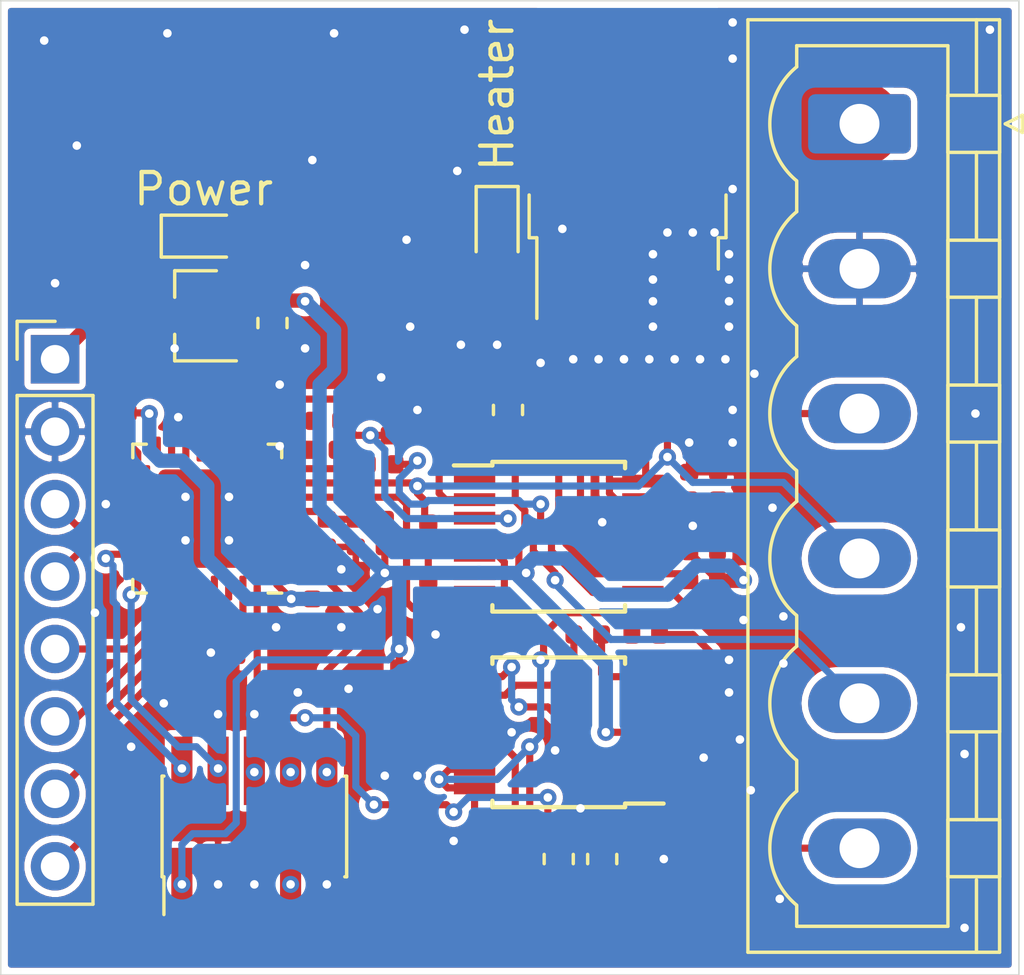
<source format=kicad_pcb>
(kicad_pcb (version 20171130) (host pcbnew "(5.1.5-0-10_14)")
  (layers (0 F.Cu signal) (31 B.Cu signal) (34 B.Paste user) (35 F.Paste user) (36 B.SilkS user hide) (37 F.SilkS user) (38 B.Mask user hide) (39 F.Mask user hide) (44 Edge.Cuts user))
  (net 0 "")
  (net 1 GND)
  (net 2 /LSU_Rtrim)
  (net 3 /LSU_Un)
  (net 4 /LSU_Vm)
  (net 5 /LSU_Ip)
  (net 6 +5V)
  (net 7 +3V3)
  (net 8 /nRESET)
  (net 9 /SWCLK)
  (net 10 /SWDIO)
  (net 11 "Net-(C2-Pad2)")
  (net 12 /LSU_Un_sense)
  (net 13 /Vm)
  (net 14 /Ip_sense)
  (net 15 /Un_sense)
  (net 16 "Net-(C1-Pad1)")
  (net 17 "Net-(C5-Pad1)")
  (net 18 "Net-(C6-Pad2)")
  (net 19 "Net-(C6-Pad1)")
  (net 20 "Net-(J1-Pad8)")
  (net 21 "Net-(J1-Pad7)")
  (net 22 "Net-(J1-Pad6)")
  (net 23 "Net-(R3-Pad2)")
  (net 24 "Net-(R4-Pad2)")
  (net 25 "Net-(R8-Pad2)")
  (net 26 "Net-(R11-Pad1)")
  (net 27 "Net-(R12-Pad1)")
  (net 28 "Net-(R18-Pad1)")
  (net 29 "Net-(R19-Pad1)")
  (net 30 /Ip_dac)
  (net 31 /Nernst_esr_drive)
  (net 32 /Pump_Ref_Feedback)
  (net 33 "Net-(U4-Pad30)")
  (net 34 "Net-(U4-Pad29)")
  (net 35 "Net-(U4-Pad20)")
  (net 36 "Net-(U4-Pad19)")
  (net 37 "Net-(U4-Pad18)")
  (net 38 "Net-(U4-Pad16)")
  (net 39 "Net-(U4-Pad15)")
  (net 40 "Net-(U4-Pad14)")
  (net 41 "Net-(U4-Pad11)")
  (net 42 "Net-(U4-Pad10)")
  (net 43 "Net-(U4-Pad9)")
  (net 44 "Net-(U4-Pad3)")
  (net 45 "Net-(U4-Pad2)")
  (net 46 "Net-(C11-Pad1)")
  (net 47 /CAN_TX)
  (net 48 /CAN_RX)
  (net 49 /VDDA)
  (net 50 /SPI_MOSI)
  (net 51 /SPI_MISO)
  (net 52 /SPI_SCK)
  (net 53 /SPI_CS)
  (net 54 /heater_pwm)
  (net 55 "Net-(Q1-Pad1)")
  (net 56 "Net-(J2-Pad1)")
  (net 57 "Net-(D1-Pad2)")
  (net 58 "Net-(R28-Pad2)")
  (net 59 "Net-(R29-Pad2)")
  (net 60 "Net-(D2-Pad2)")
  (module Resistor_SMD:R_0402_1005Metric (layer F.Cu) (at 90.043 78.74 270)
    (fp_text reference R30 hide)
    (fp_text value 1k)
    (pad 2 smd roundrect (at 0.485 0 270) (size 0.59 0.64) (layers F.Cu F.Paste F.Mask) (net 7 +3V3))
    (pad 1 smd roundrect (at -0.485 0 270) (size 0.59 0.64) (layers F.Cu F.Paste F.Mask) (net 60 "Net-(D2-Pad2)"))
  )
  (module LED_SMD:LED_0603_1608Metric (layer F.Cu) (at 87.884 78.359)
    (fp_text reference D2 hide)
    (fp_text value GREEN)
    (pad 2 smd roundrect (at 0.7875 0) (size 0.875 0.95) (layers F.Cu F.Paste F.Mask) (net 60 "Net-(D2-Pad2)"))
    (pad 1 smd roundrect (at -0.7875 0) (size 0.875 0.95) (layers F.Cu F.Paste F.Mask) (net 1 GND))
  )
  (module Resistor_SMD:R_0402_1005Metric (layer F.Cu) (at 89.027 92.583 90)
    (fp_text reference R29 hide)
    (fp_text value 10k)
    (pad 2 smd roundrect (at 0.485 0 90) (size 0.59 0.64) (layers F.Cu F.Paste F.Mask) (net 59 "Net-(R29-Pad2)"))
    (pad 1 smd roundrect (at -0.485 0 90) (size 0.59 0.64) (layers F.Cu F.Paste F.Mask) (net 1 GND))
  )
  (module Package_DFN_QFN:QFN-32-1EP_5x5mm_P0.5mm_EP3.45x3.45mm (layer F.Cu) (at 88.011 88.265 180)
    (fp_text reference U4 hide)
    (fp_text value STM32F042K6Ux)
    (pad 32 smd roundrect (at -1.75 -2.4375 180) (size 0.25 0.875) (layers F.Cu F.Paste F.Mask) (net 31 /Nernst_esr_drive))
    (pad 31 smd roundrect (at -1.25 -2.4375 180) (size 0.25 0.875) (layers F.Cu F.Paste F.Mask) (net 59 "Net-(R29-Pad2)"))
    (pad 30 smd roundrect (at -0.75 -2.4375 180) (size 0.25 0.875) (layers F.Cu F.Paste F.Mask) (net 33 "Net-(U4-Pad30)"))
    (pad 29 smd roundrect (at -0.25 -2.4375 180) (size 0.25 0.875) (layers F.Cu F.Paste F.Mask) (net 34 "Net-(U4-Pad29)"))
    (pad 28 smd roundrect (at 0.25 -2.4375 180) (size 0.25 0.875) (layers F.Cu F.Paste F.Mask) (net 50 /SPI_MOSI))
    (pad 27 smd roundrect (at 0.75 -2.4375 180) (size 0.25 0.875) (layers F.Cu F.Paste F.Mask) (net 51 /SPI_MISO))
    (pad 26 smd roundrect (at 1.25 -2.4375 180) (size 0.25 0.875) (layers F.Cu F.Paste F.Mask) (net 52 /SPI_SCK))
    (pad 25 smd roundrect (at 1.75 -2.4375 180) (size 0.25 0.875) (layers F.Cu F.Paste F.Mask) (net 53 /SPI_CS))
    (pad 24 smd roundrect (at 2.4375 -1.75 180) (size 0.875 0.25) (layers F.Cu F.Paste F.Mask) (net 9 /SWCLK))
    (pad 23 smd roundrect (at 2.4375 -1.25 180) (size 0.875 0.25) (layers F.Cu F.Paste F.Mask) (net 10 /SWDIO))
    (pad 22 smd roundrect (at 2.4375 -0.75 180) (size 0.875 0.25) (layers F.Cu F.Paste F.Mask) (net 47 /CAN_TX))
    (pad 21 smd roundrect (at 2.4375 -0.25 180) (size 0.875 0.25) (layers F.Cu F.Paste F.Mask) (net 48 /CAN_RX))
    (pad 20 smd roundrect (at 2.4375 0.25 180) (size 0.875 0.25) (layers F.Cu F.Paste F.Mask) (net 35 "Net-(U4-Pad20)"))
    (pad 19 smd roundrect (at 2.4375 0.75 180) (size 0.875 0.25) (layers F.Cu F.Paste F.Mask) (net 36 "Net-(U4-Pad19)"))
    (pad 18 smd roundrect (at 2.4375 1.25 180) (size 0.875 0.25) (layers F.Cu F.Paste F.Mask) (net 37 "Net-(U4-Pad18)"))
    (pad 17 smd roundrect (at 2.4375 1.75 180) (size 0.875 0.25) (layers F.Cu F.Paste F.Mask) (net 7 +3V3))
    (pad 16 smd roundrect (at 1.75 2.4375 180) (size 0.25 0.875) (layers F.Cu F.Paste F.Mask) (net 38 "Net-(U4-Pad16)"))
    (pad 15 smd roundrect (at 1.25 2.4375 180) (size 0.25 0.875) (layers F.Cu F.Paste F.Mask) (net 39 "Net-(U4-Pad15)"))
    (pad 14 smd roundrect (at 0.75 2.4375 180) (size 0.25 0.875) (layers F.Cu F.Paste F.Mask) (net 40 "Net-(U4-Pad14)"))
    (pad 13 smd roundrect (at 0.25 2.4375 180) (size 0.25 0.875) (layers F.Cu F.Paste F.Mask) (net 54 /heater_pwm))
    (pad 12 smd roundrect (at -0.25 2.4375 180) (size 0.25 0.875) (layers F.Cu F.Paste F.Mask) (net 58 "Net-(R28-Pad2)"))
    (pad 11 smd roundrect (at -0.75 2.4375 180) (size 0.25 0.875) (layers F.Cu F.Paste F.Mask) (net 41 "Net-(U4-Pad11)"))
    (pad 10 smd roundrect (at -1.25 2.4375 180) (size 0.25 0.875) (layers F.Cu F.Paste F.Mask) (net 42 "Net-(U4-Pad10)"))
    (pad 9 smd roundrect (at -1.75 2.4375 180) (size 0.25 0.875) (layers F.Cu F.Paste F.Mask) (net 43 "Net-(U4-Pad9)"))
    (pad 8 smd roundrect (at -2.4375 1.75 180) (size 0.875 0.25) (layers F.Cu F.Paste F.Mask) (net 46 "Net-(C11-Pad1)"))
    (pad 7 smd roundrect (at -2.4375 1.25 180) (size 0.875 0.25) (layers F.Cu F.Paste F.Mask) (net 4 /LSU_Vm))
    (pad 6 smd roundrect (at -2.4375 0.75 180) (size 0.875 0.25) (layers F.Cu F.Paste F.Mask) (net 15 /Un_sense))
    (pad 5 smd roundrect (at -2.4375 0.25 180) (size 0.875 0.25) (layers F.Cu F.Paste F.Mask) (net 49 /VDDA))
    (pad 4 smd roundrect (at -2.4375 -0.25 180) (size 0.875 0.25) (layers F.Cu F.Paste F.Mask) (net 8 /nRESET))
    (pad 3 smd roundrect (at -2.4375 -0.75 180) (size 0.875 0.25) (layers F.Cu F.Paste F.Mask) (net 44 "Net-(U4-Pad3)"))
    (pad 2 smd roundrect (at -2.4375 -1.25 180) (size 0.875 0.25) (layers F.Cu F.Paste F.Mask) (net 45 "Net-(U4-Pad2)"))
    (pad 1 smd roundrect (at -2.4375 -1.75 180) (size 0.875 0.25) (layers F.Cu F.Paste F.Mask) (net 7 +3V3))
    (pad 33 smd roundrect (at 0 0 180) (size 3.45 3.45) (layers F.Cu F.Mask) (roundrect_rratio 0.072464) (net 1 GND))
  )
  (module Resistor_SMD:R_0402_1005Metric (layer F.Cu) (at 92.202 84.836 180)
    (fp_text reference R28 hide)
    (fp_text value 3.3k)
    (pad 2 smd roundrect (at 0.485 0 180) (size 0.59 0.64) (layers F.Cu F.Paste F.Mask) (net 58 "Net-(R28-Pad2)"))
    (pad 1 smd roundrect (at -0.485 0 180) (size 0.59 0.64) (layers F.Cu F.Paste F.Mask) (net 30 /Ip_dac))
  )
  (module Capacitor_SMD:C_0402_1005Metric (layer F.Cu) (at 94.869 85.344)
    (fp_text reference C15 hide)
    (fp_text value 100n)
    (pad 2 smd roundrect (at 0.485 0) (size 0.59 0.64) (layers F.Cu F.Paste F.Mask) (net 1 GND))
    (pad 1 smd roundrect (at -0.485 0) (size 0.59 0.64) (layers F.Cu F.Paste F.Mask) (net 30 /Ip_dac))
  )
  (module Resistor_SMD:R_0402_1005Metric (layer F.Cu) (at 95.885 79.883 270)
    (fp_text reference R27 hide)
    (fp_text value 1k)
    (pad 2 smd roundrect (at 0.485 0 270) (size 0.59 0.64) (layers F.Cu F.Paste F.Mask) (net 54 /heater_pwm))
    (pad 1 smd roundrect (at -0.485 0 270) (size 0.59 0.64) (layers F.Cu F.Paste F.Mask) (net 57 "Net-(D1-Pad2)"))
  )
  (module LED_SMD:LED_0603_1608Metric (layer F.Cu) (at 98.171 78.105 270)
    (fp_text reference D1 hide)
    (fp_text value RED)
    (pad 2 smd roundrect (at 0.7875 0 270) (size 0.875 0.95) (layers F.Cu F.Paste F.Mask) (net 57 "Net-(D1-Pad2)"))
    (pad 1 smd roundrect (at -0.7875 0 270) (size 0.875 0.95) (layers F.Cu F.Paste F.Mask) (net 1 GND))
  )
  (module Capacitor_SMD:C_0402_1005Metric (layer F.Cu) (at 105.918 90.932 270)
    (fp_text reference C14 hide)
    (fp_text value 1u)
    (pad 2 smd roundrect (at 0.485 0 270) (size 0.59 0.64) (layers F.Cu F.Paste F.Mask) (net 1 GND))
    (pad 1 smd roundrect (at -0.485 0 270) (size 0.59 0.64) (layers F.Cu F.Paste F.Mask) (net 7 +3V3))
  )
  (module Connector_Phoenix_MSTB:PhoenixContact_MSTBVA_2,5_6-G-5,08_1x06_P5.08mm_Vertical (layer F.Cu) (at 110.871 74.422 270)
    (fp_text reference J2 hide)
    (fp_text value Conn_01x06)
    (pad 6 thru_hole oval (at 25.4 0 270) (size 2.08 3.6) (drill 1.4) (layers *.Cu *.Mask) (net 3 /LSU_Un))
    (pad 5 thru_hole oval (at 20.32 0 270) (size 2.08 3.6) (drill 1.4) (layers *.Cu *.Mask) (net 2 /LSU_Rtrim))
    (pad 4 thru_hole oval (at 15.24 0 270) (size 2.08 3.6) (drill 1.4) (layers *.Cu *.Mask) (net 4 /LSU_Vm))
    (pad 3 thru_hole oval (at 10.16 0 270) (size 2.08 3.6) (drill 1.4) (layers *.Cu *.Mask) (net 5 /LSU_Ip))
    (pad 2 thru_hole oval (at 5.08 0 270) (size 2.08 3.6) (drill 1.4) (layers *.Cu *.Mask) (net 1 GND))
    (pad 1 thru_hole roundrect (at 0 0 270) (size 2.08 3.6) (drill 1.4) (layers *.Cu *.Mask) (roundrect_rratio 0.120192) (net 56 "Net-(J2-Pad1)"))
  )
  (module Package_TO_SOT_SMD:TO-252-2 (layer F.Cu) (at 102.743 75.946 90)
    (fp_text reference Q1 hide)
    (fp_text value BTS3028)
    (pad 2 smd rect (at 2.1 0 90) (size 6.4 5.8) (layers F.Cu F.Mask) (net 56 "Net-(J2-Pad1)"))
    (pad 3 smd rect (at -4.2 2.28 90) (size 2.2 1.2) (layers F.Cu F.Paste F.Mask) (net 1 GND))
    (pad 1 smd rect (at -4.2 -2.28 90) (size 2.2 1.2) (layers F.Cu F.Paste F.Mask) (net 55 "Net-(Q1-Pad1)"))
  )
  (module Connector_PinHeader_2.54mm:PinHeader_1x08_P2.54mm_Vertical (layer F.Cu) (at 82.677 82.677)
    (fp_text reference J3 hide)
    (fp_text value Conn_01x08)
    (pad 8 thru_hole oval (at 0 17.78) (size 1.7 1.7) (drill 1) (layers *.Cu *.Mask) (net 50 /SPI_MOSI))
    (pad 7 thru_hole oval (at 0 15.24) (size 1.7 1.7) (drill 1) (layers *.Cu *.Mask) (net 51 /SPI_MISO))
    (pad 6 thru_hole oval (at 0 12.7) (size 1.7 1.7) (drill 1) (layers *.Cu *.Mask) (net 52 /SPI_SCK))
    (pad 5 thru_hole oval (at 0 10.16) (size 1.7 1.7) (drill 1) (layers *.Cu *.Mask) (net 53 /SPI_CS))
    (pad 4 thru_hole oval (at 0 7.62) (size 1.7 1.7) (drill 1) (layers *.Cu *.Mask) (net 47 /CAN_TX))
    (pad 3 thru_hole oval (at 0 5.08) (size 1.7 1.7) (drill 1) (layers *.Cu *.Mask) (net 48 /CAN_RX))
    (pad 2 thru_hole oval (at 0 2.54) (size 1.7 1.7) (drill 1) (layers *.Cu *.Mask) (net 1 GND))
    (pad 1 thru_hole rect (at 0 0) (size 1.7 1.7) (drill 1) (layers *.Cu *.Mask) (net 6 +5V))
  )
  (module Capacitor_SMD:C_0402_1005Metric (layer F.Cu) (at 85.217 84.074 90)
    (fp_text reference C13 hide)
    (fp_text value 100n)
    (pad 2 smd roundrect (at 0.485 0 90) (size 0.59 0.64) (layers F.Cu F.Paste F.Mask) (net 1 GND))
    (pad 1 smd roundrect (at -0.485 0 90) (size 0.59 0.64) (layers F.Cu F.Paste F.Mask) (net 7 +3V3))
  )
  (module Capacitor_SMD:C_0402_1005Metric (layer F.Cu) (at 91.694 91.567 270)
    (fp_text reference C12 hide)
    (fp_text value 100n)
    (pad 2 smd roundrect (at 0.485 0 270) (size 0.59 0.64) (layers F.Cu F.Paste F.Mask) (net 1 GND))
    (pad 1 smd roundrect (at -0.485 0 270) (size 0.59 0.64) (layers F.Cu F.Paste F.Mask) (net 7 +3V3))
  )
  (module Resistor_SMD:R_0402_1005Metric (layer F.Cu) (at 98.171 80.645 90)
    (fp_text reference R26 hide)
    (fp_text value 1k)
    (pad 2 smd roundrect (at 0.485 0 90) (size 0.59 0.64) (layers F.Cu F.Paste F.Mask) (net 55 "Net-(Q1-Pad1)"))
    (pad 1 smd roundrect (at -0.485 0 90) (size 0.59 0.64) (layers F.Cu F.Paste F.Mask) (net 1 GND))
  )
  (module Resistor_SMD:R_0402_1005Metric (layer F.Cu) (at 96.901 80.645 270)
    (fp_text reference R25 hide)
    (fp_text value 1k)
    (pad 2 smd roundrect (at 0.485 0 270) (size 0.59 0.64) (layers F.Cu F.Paste F.Mask) (net 54 /heater_pwm))
    (pad 1 smd roundrect (at -0.485 0 270) (size 0.59 0.64) (layers F.Cu F.Paste F.Mask) (net 55 "Net-(Q1-Pad1)"))
  )
  (module Resistor_SMD:R_0603_1608Metric (layer F.Cu) (at 98.552 84.455 90)
    (fp_text reference R10 hide)
    (fp_text value 61.9)
    (pad 2 smd roundrect (at 0.7875 0 90) (size 0.875 0.95) (layers F.Cu F.Paste F.Mask) (net 5 /LSU_Ip))
    (pad 1 smd roundrect (at -0.7875 0 90) (size 0.875 0.95) (layers F.Cu F.Paste F.Mask) (net 2 /LSU_Rtrim))
  )
  (module Capacitor_SMD:C_0402_1005Metric (layer F.Cu) (at 85.217 81.915 270)
    (fp_text reference C8 hide)
    (fp_text value 100n)
    (pad 2 smd roundrect (at 0.485 0 270) (size 0.59 0.64) (layers F.Cu F.Paste F.Mask) (net 1 GND))
    (pad 1 smd roundrect (at -0.485 0 270) (size 0.59 0.64) (layers F.Cu F.Paste F.Mask) (net 6 +5V))
  )
  (module Capacitor_SMD:C_0402_1005Metric (layer F.Cu) (at 105.029 84.455)
    (fp_text reference C4 hide)
    (fp_text value 1u)
    (pad 2 smd roundrect (at 0.485 0) (size 0.59 0.64) (layers F.Cu F.Paste F.Mask) (net 1 GND))
    (pad 1 smd roundrect (at -0.485 0) (size 0.59 0.64) (layers F.Cu F.Paste F.Mask) (net 4 /LSU_Vm))
  )
  (module Capacitor_SMD:C_0402_1005Metric (layer F.Cu) (at 105.918 87.122 90)
    (fp_text reference C1 hide)
    (fp_text value 1u)
    (pad 2 smd roundrect (at 0.485 0 90) (size 0.59 0.64) (layers F.Cu F.Paste F.Mask) (net 1 GND))
    (pad 1 smd roundrect (at -0.485 0 90) (size 0.59 0.64) (layers F.Cu F.Paste F.Mask) (net 16 "Net-(C1-Pad1)"))
  )
  (module Capacitor_SMD:C_0402_1005Metric (layer F.Cu) (at 93.218 88.773 270)
    (fp_text reference C7 hide)
    (fp_text value 1u)
    (pad 2 smd roundrect (at 0.485 0 270) (size 0.59 0.64) (layers F.Cu F.Paste F.Mask) (net 1 GND))
    (pad 1 smd roundrect (at -0.485 0 270) (size 0.59 0.64) (layers F.Cu F.Paste F.Mask) (net 49 /VDDA))
  )
  (module Resistor_SMD:R_0402_1005Metric (layer F.Cu) (at 94.107 86.36 180)
    (fp_text reference R24 hide)
    (fp_text value 3.3k)
    (pad 2 smd roundrect (at 0.485 0 180) (size 0.59 0.64) (layers F.Cu F.Paste F.Mask) (net 46 "Net-(C11-Pad1)"))
    (pad 1 smd roundrect (at -0.485 0 180) (size 0.59 0.64) (layers F.Cu F.Paste F.Mask) (net 14 /Ip_sense))
  )
  (module Capacitor_SMD:C_0402_1005Metric (layer F.Cu) (at 92.075 85.852 180)
    (fp_text reference C11 hide)
    (fp_text value 100n)
    (pad 2 smd roundrect (at 0.485 0 180) (size 0.59 0.64) (layers F.Cu F.Paste F.Mask) (net 1 GND))
    (pad 1 smd roundrect (at -0.485 0 180) (size 0.59 0.64) (layers F.Cu F.Paste F.Mask) (net 46 "Net-(C11-Pad1)"))
  )
  (module Capacitor_SMD:C_0603_1608Metric (layer F.Cu) (at 100.33 100.203 90)
    (fp_text reference C2 hide)
    (fp_text value 100n)
    (pad 2 smd roundrect (at 0.7875 0 90) (size 0.875 0.95) (layers F.Cu F.Paste F.Mask) (net 11 "Net-(C2-Pad2)"))
    (pad 1 smd roundrect (at -0.7875 0 90) (size 0.875 0.95) (layers F.Cu F.Paste F.Mask) (net 3 /LSU_Un))
  )
  (module Package_SO:TSSOP-14_4.4x5mm_P0.65mm (layer F.Cu) (at 100.33 95.758 180)
    (fp_text reference U2 hide)
    (fp_text value MCP6004)
    (pad 14 smd rect (at 2.95 -1.95 180) (size 1.45 0.45) (layers F.Cu F.Paste F.Mask) (net 12 /LSU_Un_sense))
    (pad 13 smd rect (at 2.95 -1.3 180) (size 1.45 0.45) (layers F.Cu F.Paste F.Mask) (net 12 /LSU_Un_sense))
    (pad 12 smd rect (at 2.95 -0.65 180) (size 1.45 0.45) (layers F.Cu F.Paste F.Mask) (net 3 /LSU_Un))
    (pad 11 smd rect (at 2.95 0 180) (size 1.45 0.45) (layers F.Cu F.Paste F.Mask) (net 1 GND))
    (pad 10 smd rect (at 2.95 0.65 180) (size 1.45 0.45) (layers F.Cu F.Paste F.Mask) (net 17 "Net-(C5-Pad1)"))
    (pad 9 smd rect (at 2.95 1.3 180) (size 1.45 0.45) (layers F.Cu F.Paste F.Mask) (net 18 "Net-(C6-Pad2)"))
    (pad 8 smd rect (at 2.95 1.95 180) (size 1.45 0.45) (layers F.Cu F.Paste F.Mask) (net 19 "Net-(C6-Pad1)"))
    (pad 7 smd rect (at -2.95 1.95 180) (size 1.45 0.45) (layers F.Cu F.Paste F.Mask) (net 32 /Pump_Ref_Feedback))
    (pad 6 smd rect (at -2.95 1.3 180) (size 1.45 0.45) (layers F.Cu F.Paste F.Mask) (net 28 "Net-(R18-Pad1)"))
    (pad 5 smd rect (at -2.95 0.65 180) (size 1.45 0.45) (layers F.Cu F.Paste F.Mask) (net 29 "Net-(R19-Pad1)"))
    (pad 4 smd rect (at -2.95 0 180) (size 1.45 0.45) (layers F.Cu F.Paste F.Mask) (net 7 +3V3))
    (pad 3 smd rect (at -2.95 -0.65 180) (size 1.45 0.45) (layers F.Cu F.Paste F.Mask))
    (pad 2 smd rect (at -2.95 -1.3 180) (size 1.45 0.45) (layers F.Cu F.Paste F.Mask))
    (pad 1 smd rect (at -2.95 -1.95 180) (size 1.45 0.45) (layers F.Cu F.Paste F.Mask))
  )
  (module Package_SO:TSSOP-14_4.4x5mm_P0.65mm (layer F.Cu) (at 100.33 88.9)
    (fp_text reference U1 hide)
    (fp_text value MCP6004)
    (pad 14 smd rect (at 2.95 -1.95) (size 1.45 0.45) (layers F.Cu F.Paste F.Mask) (net 13 /Vm))
    (pad 13 smd rect (at 2.95 -1.3) (size 1.45 0.45) (layers F.Cu F.Paste F.Mask) (net 13 /Vm))
    (pad 12 smd rect (at 2.95 -0.65) (size 1.45 0.45) (layers F.Cu F.Paste F.Mask) (net 16 "Net-(C1-Pad1)"))
    (pad 11 smd rect (at 2.95 0) (size 1.45 0.45) (layers F.Cu F.Paste F.Mask) (net 1 GND))
    (pad 10 smd rect (at 2.95 0.65) (size 1.45 0.45) (layers F.Cu F.Paste F.Mask) (net 27 "Net-(R12-Pad1)"))
    (pad 9 smd rect (at 2.95 1.3) (size 1.45 0.45) (layers F.Cu F.Paste F.Mask) (net 26 "Net-(R11-Pad1)"))
    (pad 8 smd rect (at 2.95 1.95) (size 1.45 0.45) (layers F.Cu F.Paste F.Mask) (net 14 /Ip_sense))
    (pad 7 smd rect (at -2.95 1.95) (size 1.45 0.45) (layers F.Cu F.Paste F.Mask) (net 15 /Un_sense))
    (pad 6 smd rect (at -2.95 1.3) (size 1.45 0.45) (layers F.Cu F.Paste F.Mask) (net 23 "Net-(R3-Pad2)"))
    (pad 5 smd rect (at -2.95 0.65) (size 1.45 0.45) (layers F.Cu F.Paste F.Mask) (net 24 "Net-(R4-Pad2)"))
    (pad 4 smd rect (at -2.95 0) (size 1.45 0.45) (layers F.Cu F.Paste F.Mask) (net 7 +3V3))
    (pad 3 smd rect (at -2.95 -0.65) (size 1.45 0.45) (layers F.Cu F.Paste F.Mask) (net 30 /Ip_dac))
    (pad 2 smd rect (at -2.95 -1.3) (size 1.45 0.45) (layers F.Cu F.Paste F.Mask) (net 25 "Net-(R8-Pad2)"))
    (pad 1 smd rect (at -2.95 -1.95) (size 1.45 0.45) (layers F.Cu F.Paste F.Mask) (net 25 "Net-(R8-Pad2)"))
  )
  (module Package_TO_SOT_SMD:SOT-23 (layer F.Cu) (at 87.63 81.153 180)
    (fp_text reference U9 hide)
    (fp_text value XC6206P332MR)
    (pad 3 smd rect (at 1 0 180) (size 0.9 0.8) (layers F.Cu F.Paste F.Mask) (net 6 +5V))
    (pad 2 smd rect (at -1 0.95 180) (size 0.9 0.8) (layers F.Cu F.Paste F.Mask) (net 7 +3V3))
    (pad 1 smd rect (at -1 -0.95 180) (size 0.9 0.8) (layers F.Cu F.Paste F.Mask) (net 1 GND))
  )
  (module Resistor_SMD:R_0603_1608Metric (layer F.Cu) (at 101.854 100.203 90)
    (fp_text reference R22 hide)
    (fp_text value 10k)
    (pad 2 smd roundrect (at 0.7875 0 90) (size 0.875 0.95) (layers F.Cu F.Paste F.Mask) (net 19 "Net-(C6-Pad1)"))
    (pad 1 smd roundrect (at -0.7875 0 90) (size 0.875 0.95) (layers F.Cu F.Paste F.Mask) (net 3 /LSU_Un))
  )
  (module Resistor_SMD:R_0402_1005Metric (layer F.Cu) (at 103.378 92.329)
    (fp_text reference R21 hide)
    (fp_text value 10k)
    (pad 2 smd roundrect (at 0.485 0) (size 0.59 0.64) (layers F.Cu F.Paste F.Mask) (net 28 "Net-(R18-Pad1)"))
    (pad 1 smd roundrect (at -0.485 0) (size 0.59 0.64) (layers F.Cu F.Paste F.Mask) (net 12 /LSU_Un_sense))
  )
  (module Resistor_SMD:R_0402_1005Metric (layer F.Cu) (at 103.632 99.187)
    (fp_text reference R20 hide)
    (fp_text value 10k)
    (pad 2 smd roundrect (at 0.485 0) (size 0.59 0.64) (layers F.Cu F.Paste F.Mask) (net 29 "Net-(R19-Pad1)"))
    (pad 1 smd roundrect (at -0.485 0) (size 0.59 0.64) (layers F.Cu F.Paste F.Mask) (net 19 "Net-(C6-Pad1)"))
  )
  (module Resistor_SMD:R_0402_1005Metric (layer F.Cu) (at 105.283 95.504)
    (fp_text reference R19 hide)
    (fp_text value 10k)
    (pad 2 smd roundrect (at 0.485 0) (size 0.59 0.64) (layers F.Cu F.Paste F.Mask) (net 1 GND))
    (pad 1 smd roundrect (at -0.485 0) (size 0.59 0.64) (layers F.Cu F.Paste F.Mask) (net 29 "Net-(R19-Pad1)"))
  )
  (module Resistor_SMD:R_0402_1005Metric (layer F.Cu) (at 104.902 93.98 90)
    (fp_text reference R18 hide)
    (fp_text value 10k)
    (pad 2 smd roundrect (at 0.485 0 90) (size 0.59 0.64) (layers F.Cu F.Paste F.Mask) (net 32 /Pump_Ref_Feedback))
    (pad 1 smd roundrect (at -0.485 0 90) (size 0.59 0.64) (layers F.Cu F.Paste F.Mask) (net 28 "Net-(R18-Pad1)"))
  )
  (module Resistor_SMD:R_0402_1005Metric (layer F.Cu) (at 94.488 95.885 90)
    (fp_text reference R14 hide)
    (fp_text value 3.3k)
    (pad 2 smd roundrect (at 0.485 0 90) (size 0.59 0.64) (layers F.Cu F.Paste F.Mask) (net 17 "Net-(C5-Pad1)"))
    (pad 1 smd roundrect (at -0.485 0 90) (size 0.59 0.64) (layers F.Cu F.Paste F.Mask) (net 1 GND))
  )
  (module Resistor_SMD:R_0402_1005Metric (layer F.Cu) (at 94.742 93.98 90)
    (fp_text reference R13 hide)
    (fp_text value 51k)
    (pad 2 smd roundrect (at 0.485 0 90) (size 0.59 0.64) (layers F.Cu F.Paste F.Mask) (net 7 +3V3))
    (pad 1 smd roundrect (at -0.485 0 90) (size 0.59 0.64) (layers F.Cu F.Paste F.Mask) (net 17 "Net-(C5-Pad1)"))
  )
  (module Resistor_SMD:R_0402_1005Metric (layer F.Cu) (at 103.378 84.836 270)
    (fp_text reference R9 hide)
    (fp_text value 10)
    (pad 2 smd roundrect (at 0.485 0 270) (size 0.59 0.64) (layers F.Cu F.Paste F.Mask) (net 13 /Vm))
    (pad 1 smd roundrect (at -0.485 0 270) (size 0.59 0.64) (layers F.Cu F.Paste F.Mask) (net 4 /LSU_Vm))
  )
  (module Resistor_SMD:R_0402_1005Metric (layer F.Cu) (at 95.758 90.932 270)
    (fp_text reference R7 hide)
    (fp_text value 27k)
    (pad 2 smd roundrect (at 0.485 0 270) (size 0.59 0.64) (layers F.Cu F.Paste F.Mask) (net 15 /Un_sense))
    (pad 1 smd roundrect (at -0.485 0 270) (size 0.59 0.64) (layers F.Cu F.Paste F.Mask) (net 23 "Net-(R3-Pad2)"))
  )
  (module Resistor_SMD:R_0402_1005Metric (layer F.Cu) (at 97.282 92.329 180)
    (fp_text reference R5 hide)
    (fp_text value 27k)
    (pad 2 smd roundrect (at 0.485 0 180) (size 0.59 0.64) (layers F.Cu F.Paste F.Mask) (net 1 GND))
    (pad 1 smd roundrect (at -0.485 0 180) (size 0.59 0.64) (layers F.Cu F.Paste F.Mask) (net 24 "Net-(R4-Pad2)"))
  )
  (module Resistor_SMD:R_0402_1005Metric (layer F.Cu) (at 99.314 92.329 180)
    (fp_text reference R4 hide)
    (fp_text value 10k)
    (pad 2 smd roundrect (at 0.485 0 180) (size 0.59 0.64) (layers F.Cu F.Paste F.Mask) (net 24 "Net-(R4-Pad2)"))
    (pad 1 smd roundrect (at -0.485 0 180) (size 0.59 0.64) (layers F.Cu F.Paste F.Mask) (net 12 /LSU_Un_sense))
  )
  (module Resistor_SMD:R_0402_1005Metric (layer F.Cu) (at 95.758 88.9 270)
    (fp_text reference R3 hide)
    (fp_text value 10k)
    (pad 2 smd roundrect (at 0.485 0 270) (size 0.59 0.64) (layers F.Cu F.Paste F.Mask) (net 23 "Net-(R3-Pad2)"))
    (pad 1 smd roundrect (at -0.485 0 270) (size 0.59 0.64) (layers F.Cu F.Paste F.Mask) (net 4 /LSU_Vm))
  )
  (module Resistor_SMD:R_0402_1005Metric (layer F.Cu) (at 104.902 90.932 90)
    (fp_text reference R17 hide)
    (fp_text value 100k)
    (pad 2 smd roundrect (at 0.485 0 90) (size 0.59 0.64) (layers F.Cu F.Paste F.Mask) (net 26 "Net-(R11-Pad1)"))
    (pad 1 smd roundrect (at -0.485 0 90) (size 0.59 0.64) (layers F.Cu F.Paste F.Mask) (net 14 /Ip_sense))
  )
  (module Resistor_SMD:R_0402_1005Metric (layer F.Cu) (at 102.362 84.836 270)
    (fp_text reference R15 hide)
    (fp_text value 100k)
    (pad 2 smd roundrect (at 0.485 0 270) (size 0.59 0.64) (layers F.Cu F.Paste F.Mask) (net 13 /Vm))
    (pad 1 smd roundrect (at -0.485 0 270) (size 0.59 0.64) (layers F.Cu F.Paste F.Mask) (net 27 "Net-(R12-Pad1)"))
  )
  (module Resistor_SMD:R_0402_1005Metric (layer F.Cu) (at 100.33 84.328 180)
    (fp_text reference R12 hide)
    (fp_text value 10k)
    (pad 2 smd roundrect (at 0.485 0 180) (size 0.59 0.64) (layers F.Cu F.Paste F.Mask) (net 5 /LSU_Ip))
    (pad 1 smd roundrect (at -0.485 0 180) (size 0.59 0.64) (layers F.Cu F.Paste F.Mask) (net 27 "Net-(R12-Pad1)"))
  )
  (module Resistor_SMD:R_0402_1005Metric (layer F.Cu) (at 100.33 85.344 180)
    (fp_text reference R11 hide)
    (fp_text value 10k)
    (pad 2 smd roundrect (at 0.485 0 180) (size 0.59 0.64) (layers F.Cu F.Paste F.Mask) (net 2 /LSU_Rtrim))
    (pad 1 smd roundrect (at -0.485 0 180) (size 0.59 0.64) (layers F.Cu F.Paste F.Mask) (net 26 "Net-(R11-Pad1)"))
  )
  (module Resistor_SMD:R_0402_1005Metric (layer F.Cu) (at 96.774 85.471 180)
    (fp_text reference R8 hide)
    (fp_text value 10)
    (pad 2 smd roundrect (at 0.485 0 180) (size 0.59 0.64) (layers F.Cu F.Paste F.Mask) (net 25 "Net-(R8-Pad2)"))
    (pad 1 smd roundrect (at -0.485 0 180) (size 0.59 0.64) (layers F.Cu F.Paste F.Mask) (net 2 /LSU_Rtrim))
  )
  (module Resistor_SMD:R_0402_1005Metric (layer F.Cu) (at 104.902 87.122 90)
    (fp_text reference R2 hide)
    (fp_text value 10k)
    (pad 2 smd roundrect (at 0.485 0 90) (size 0.59 0.64) (layers F.Cu F.Paste F.Mask) (net 1 GND))
    (pad 1 smd roundrect (at -0.485 0 90) (size 0.59 0.64) (layers F.Cu F.Paste F.Mask) (net 16 "Net-(C1-Pad1)"))
  )
  (module Resistor_SMD:R_0402_1005Metric (layer F.Cu) (at 105.41 89.408)
    (fp_text reference R1 hide)
    (fp_text value 10k)
    (pad 2 smd roundrect (at 0.485 0) (size 0.59 0.64) (layers F.Cu F.Paste F.Mask) (net 16 "Net-(C1-Pad1)"))
    (pad 1 smd roundrect (at -0.485 0) (size 0.59 0.64) (layers F.Cu F.Paste F.Mask) (net 7 +3V3))
  )
  (module Resistor_SMD:R_0402_1005Metric (layer F.Cu) (at 95.25 98.298 180)
    (fp_text reference R6 hide)
    (fp_text value 20k)
    (pad 2 smd roundrect (at 0.485 0 180) (size 0.59 0.64) (layers F.Cu F.Paste F.Mask) (net 31 /Nernst_esr_drive))
    (pad 1 smd roundrect (at -0.485 0 180) (size 0.59 0.64) (layers F.Cu F.Paste F.Mask) (net 11 "Net-(C2-Pad2)"))
  )
  (module Resistor_SMD:R_0402_1005Metric (layer F.Cu) (at 94.234 88.773 270)
    (fp_text reference R23 hide)
    (fp_text value 33)
    (pad 2 smd roundrect (at 0.485 0 270) (size 0.59 0.64) (layers F.Cu F.Paste F.Mask) (net 7 +3V3))
    (pad 1 smd roundrect (at -0.485 0 270) (size 0.59 0.64) (layers F.Cu F.Paste F.Mask) (net 49 /VDDA))
  )
  (module Resistor_SMD:R_0402_1005Metric (layer F.Cu) (at 101.346 92.329 180)
    (fp_text reference R16 hide)
    (fp_text value 10k)
    (pad 2 smd roundrect (at 0.485 0 180) (size 0.59 0.64) (layers F.Cu F.Paste F.Mask) (net 18 "Net-(C6-Pad2)"))
    (pad 1 smd roundrect (at -0.485 0 180) (size 0.59 0.64) (layers F.Cu F.Paste F.Mask) (net 32 /Pump_Ref_Feedback))
  )
  (module Connector_PinHeader_1.27mm:PinHeader_2x05_P1.27mm_Vertical_SMD (layer F.Cu) (at 89.662 99.06 90)
    (fp_text reference J1 hide)
    (fp_text value Conn_02x05_Odd_Even)
    (pad 10 smd rect (at 1.95 2.54 90) (size 2.4 0.74) (layers F.Cu F.Paste F.Mask) (net 8 /nRESET))
    (pad 9 smd rect (at -1.95 2.54 90) (size 2.4 0.74) (layers F.Cu F.Paste F.Mask) (net 1 GND))
    (pad 8 smd rect (at 1.95 1.27 90) (size 2.4 0.74) (layers F.Cu F.Paste F.Mask) (net 20 "Net-(J1-Pad8)"))
    (pad 7 smd rect (at -1.95 1.27 90) (size 2.4 0.74) (layers F.Cu F.Paste F.Mask) (net 21 "Net-(J1-Pad7)"))
    (pad 6 smd rect (at 1.95 0 90) (size 2.4 0.74) (layers F.Cu F.Paste F.Mask) (net 22 "Net-(J1-Pad6)"))
    (pad 5 smd rect (at -1.95 0 90) (size 2.4 0.74) (layers F.Cu F.Paste F.Mask) (net 1 GND))
    (pad 4 smd rect (at 1.95 -1.27 90) (size 2.4 0.74) (layers F.Cu F.Paste F.Mask) (net 9 /SWCLK))
    (pad 3 smd rect (at -1.95 -1.27 90) (size 2.4 0.74) (layers F.Cu F.Paste F.Mask) (net 1 GND))
    (pad 2 smd rect (at 1.95 -2.54 90) (size 2.4 0.74) (layers F.Cu F.Paste F.Mask) (net 10 /SWDIO))
    (pad 1 smd rect (at -1.95 -2.54 90) (size 2.4 0.74) (layers F.Cu F.Paste F.Mask) (net 7 +3V3))
  )
  (module Capacitor_SMD:C_0402_1005Metric (layer F.Cu) (at 95.504 95.885 270)
    (fp_text reference C5 hide)
    (fp_text value 100n)
    (pad 2 smd roundrect (at 0.485 0 270) (size 0.59 0.64) (layers F.Cu F.Paste F.Mask) (net 1 GND))
    (pad 1 smd roundrect (at -0.485 0 270) (size 0.59 0.64) (layers F.Cu F.Paste F.Mask) (net 17 "Net-(C5-Pad1)"))
  )
  (module Capacitor_SMD:C_0603_1608Metric (layer F.Cu) (at 90.297 81.407 270)
    (fp_text reference C10 hide)
    (fp_text value 4.7u)
    (pad 2 smd roundrect (at 0.7875 0 270) (size 0.875 0.95) (layers F.Cu F.Paste F.Mask) (net 1 GND))
    (pad 1 smd roundrect (at -0.7875 0 270) (size 0.875 0.95) (layers F.Cu F.Paste F.Mask) (net 7 +3V3))
  )
  (module Capacitor_SMD:C_0402_1005Metric (layer F.Cu) (at 92.202 88.773 270)
    (fp_text reference C9 hide)
    (fp_text value 100n)
    (pad 2 smd roundrect (at 0.485 0 270) (size 0.59 0.64) (layers F.Cu F.Paste F.Mask) (net 1 GND))
    (pad 1 smd roundrect (at -0.485 0 270) (size 0.59 0.64) (layers F.Cu F.Paste F.Mask) (net 49 /VDDA))
  )
  (module Capacitor_SMD:C_0402_1005Metric (layer F.Cu) (at 95.758 93.98 270)
    (fp_text reference C6 hide)
    (fp_text value 3.3n)
    (pad 2 smd roundrect (at 0.485 0 270) (size 0.59 0.64) (layers F.Cu F.Paste F.Mask) (net 18 "Net-(C6-Pad2)"))
    (pad 1 smd roundrect (at -0.485 0 270) (size 0.59 0.64) (layers F.Cu F.Paste F.Mask) (net 19 "Net-(C6-Pad1)"))
  )
  (module Capacitor_SMD:C_0402_1005Metric (layer F.Cu) (at 96.774 84.455 180)
    (fp_text reference C3 hide)
    (fp_text value 100n)
    (pad 2 smd roundrect (at 0.485 0 180) (size 0.59 0.64) (layers F.Cu F.Paste F.Mask) (net 1 GND))
    (pad 1 smd roundrect (at -0.485 0 180) (size 0.59 0.64) (layers F.Cu F.Paste F.Mask) (net 2 /LSU_Rtrim))
  )
  (gr_text Power (at 87.884 76.708) (layer F.SilkS) (effects (font (size 1.1 1.1))))
  (gr_text Heater (at 98.171 73.406 90) (layer F.SilkS) (effects (font (size 1.1 1.1))))
  (gr_line (start 80.772 70.104) (end 80.772 104.267) (layer Edge.Cuts) (width 0.05))
  (gr_line (start 116.459 70.104) (end 80.772 70.104) (layer Edge.Cuts) (width 0.05))
  (gr_line (start 116.459 104.267) (end 116.459 70.104) (layer Edge.Cuts) (width 0.05))
  (gr_line (start 80.772 104.267) (end 116.459 104.267) (layer Edge.Cuts) (width 0.05))
  (via (at 98.679 95.758) (size 0.6) (drill 0.3) (layers F.Cu B.Cu) (net 1))
  (segment (start 97.38 95.758) (end 98.679 95.758) (width 0.25) (layer F.Cu) (net 1))
  (via (at 96.012 92.329) (size 0.6) (drill 0.3) (layers F.Cu B.Cu) (net 1))
  (segment (start 96.797 92.329) (end 96.012 92.329) (width 0.25) (layer F.Cu) (net 1))
  (via (at 92.71 90.043) (size 0.6) (drill 0.3) (layers F.Cu B.Cu) (net 1))
  (via (at 93.98 91.44) (size 0.6) (drill 0.3) (layers F.Cu B.Cu) (net 1))
  (via (at 95.377 97.282) (size 0.6) (drill 0.3) (layers F.Cu B.Cu) (net 1))
  (via (at 94.234 97.282) (size 0.6) (drill 0.3) (layers F.Cu B.Cu) (net 1))
  (via (at 96.647 99.568) (size 0.6) (drill 0.3) (layers F.Cu B.Cu) (net 1))
  (via (at 104.013 100.203) (size 0.6) (drill 0.3) (layers F.Cu B.Cu) (net 1))
  (via (at 105.41 96.647) (size 0.6) (drill 0.3) (layers F.Cu B.Cu) (net 1))
  (via (at 106.68 96.012) (size 0.6) (drill 0.3) (layers F.Cu B.Cu) (net 1))
  (via (at 106.299 94.361) (size 0.6) (drill 0.3) (layers F.Cu B.Cu) (net 1))
  (via (at 104.902 85.598) (size 0.6) (drill 0.3) (layers F.Cu B.Cu) (net 1))
  (via (at 106.426 85.598) (size 0.6) (drill 0.3) (layers F.Cu B.Cu) (net 1))
  (via (at 100.203 96.393) (size 0.6) (drill 0.3) (layers F.Cu B.Cu) (net 1))
  (via (at 101.092 98.425) (size 0.6) (drill 0.3) (layers F.Cu B.Cu) (net 1))
  (via (at 92.964 94.234) (size 0.6) (drill 0.3) (layers F.Cu B.Cu) (net 1))
  (via (at 108.077 101.6) (size 0.6) (drill 0.3) (layers F.Cu B.Cu) (net 1))
  (via (at 107.061 97.79) (size 0.6) (drill 0.3) (layers F.Cu B.Cu) (net 1))
  (via (at 108.204 93.345) (size 0.6) (drill 0.3) (layers F.Cu B.Cu) (net 1))
  (via (at 108.204 91.694) (size 0.6) (drill 0.3) (layers F.Cu B.Cu) (net 1))
  (via (at 107.823 87.884) (size 0.6) (drill 0.3) (layers F.Cu B.Cu) (net 1))
  (via (at 106.807 91.821) (size 0.6) (drill 0.3) (layers F.Cu B.Cu) (net 1))
  (via (at 106.426 84.455) (size 0.6) (drill 0.3) (layers F.Cu B.Cu) (net 1))
  (via (at 107.188 83.185) (size 0.6) (drill 0.3) (layers F.Cu B.Cu) (net 1))
  (via (at 100.838 82.677) (size 0.6) (drill 0.3) (layers F.Cu B.Cu) (net 1))
  (via (at 101.727 82.677) (size 0.6) (drill 0.3) (layers F.Cu B.Cu) (net 1))
  (via (at 102.616 82.677) (size 0.6) (drill 0.3) (layers F.Cu B.Cu) (net 1))
  (via (at 103.505 82.677) (size 0.6) (drill 0.3) (layers F.Cu B.Cu) (net 1))
  (via (at 104.394 82.677) (size 0.6) (drill 0.3) (layers F.Cu B.Cu) (net 1))
  (via (at 105.283 82.677) (size 0.6) (drill 0.3) (layers F.Cu B.Cu) (net 1))
  (via (at 106.172 82.677) (size 0.6) (drill 0.3) (layers F.Cu B.Cu) (net 1))
  (via (at 99.695 82.804) (size 0.6) (drill 0.3) (layers F.Cu B.Cu) (net 1))
  (via (at 96.901 82.169) (size 0.6) (drill 0.3) (layers F.Cu B.Cu) (net 1))
  (via (at 98.171 82.169) (size 0.6) (drill 0.3) (layers F.Cu B.Cu) (net 1))
  (via (at 95.377 84.455) (size 0.6) (drill 0.3) (layers F.Cu B.Cu) (net 1))
  (via (at 105.029 78.232) (size 0.6) (drill 0.3) (layers F.Cu B.Cu) (net 1))
  (via (at 104.14 78.232) (size 0.6) (drill 0.3) (layers F.Cu B.Cu) (net 1))
  (via (at 103.632 78.994) (size 0.6) (drill 0.3) (layers F.Cu B.Cu) (net 1))
  (via (at 103.632 79.883) (size 0.6) (drill 0.3) (layers F.Cu B.Cu) (net 1))
  (via (at 103.632 80.645) (size 0.6) (drill 0.3) (layers F.Cu B.Cu) (net 1))
  (via (at 106.299 80.645) (size 0.6) (drill 0.3) (layers F.Cu B.Cu) (net 1))
  (via (at 106.299 79.883) (size 0.6) (drill 0.3) (layers F.Cu B.Cu) (net 1))
  (via (at 106.299 78.994) (size 0.6) (drill 0.3) (layers F.Cu B.Cu) (net 1))
  (via (at 105.791 78.232) (size 0.6) (drill 0.3) (layers F.Cu B.Cu) (net 1))
  (via (at 103.632 81.534) (size 0.6) (drill 0.3) (layers F.Cu B.Cu) (net 1))
  (via (at 106.299 81.534) (size 0.6) (drill 0.3) (layers F.Cu B.Cu) (net 1))
  (via (at 106.426 76.708) (size 0.6) (drill 0.3) (layers F.Cu B.Cu) (net 1))
  (via (at 106.426 72.136) (size 0.6) (drill 0.3) (layers F.Cu B.Cu) (net 1))
  (via (at 106.426 70.866) (size 0.6) (drill 0.3) (layers F.Cu B.Cu) (net 1))
  (via (at 115.443 71.12) (size 0.6) (drill 0.3) (layers F.Cu B.Cu) (net 1))
  (via (at 114.935 84.582) (size 0.6) (drill 0.3) (layers F.Cu B.Cu) (net 1))
  (via (at 114.427 92.075) (size 0.6) (drill 0.3) (layers F.Cu B.Cu) (net 1))
  (via (at 114.554 96.52) (size 0.6) (drill 0.3) (layers F.Cu B.Cu) (net 1))
  (via (at 114.554 102.616) (size 0.6) (drill 0.3) (layers F.Cu B.Cu) (net 1))
  (via (at 82.296 71.501) (size 0.6) (drill 0.3) (layers F.Cu B.Cu) (net 1))
  (via (at 86.614 71.247) (size 0.6) (drill 0.3) (layers F.Cu B.Cu) (net 1))
  (via (at 92.456 71.247) (size 0.6) (drill 0.3) (layers F.Cu B.Cu) (net 1))
  (via (at 97.028 71.12) (size 0.6) (drill 0.3) (layers F.Cu B.Cu) (net 1))
  (via (at 91.694 75.692) (size 0.6) (drill 0.3) (layers F.Cu B.Cu) (net 1))
  (via (at 83.439 75.184) (size 0.6) (drill 0.3) (layers F.Cu B.Cu) (net 1))
  (via (at 106.299 93.218) (size 0.6) (drill 0.3) (layers F.Cu B.Cu) (net 1))
  (via (at 100.457 78.105) (size 0.6) (drill 0.3) (layers F.Cu B.Cu) (net 1))
  (via (at 96.774 76.073) (size 0.6) (drill 0.3) (layers F.Cu B.Cu) (net 1))
  (via (at 89.662 101.092) (size 0.6) (drill 0.3) (layers F.Cu B.Cu) (net 1))
  (segment (start 89.662 101.01) (end 89.662 101.092) (width 0.25) (layer F.Cu) (net 1))
  (via (at 88.392 101.092) (size 0.6) (drill 0.3) (layers F.Cu B.Cu) (net 1))
  (segment (start 88.392 101.01) (end 88.392 101.092) (width 0.25) (layer F.Cu) (net 1))
  (via (at 92.202 101.092) (size 0.6) (drill 0.3) (layers F.Cu B.Cu) (net 1))
  (segment (start 92.202 101.01) (end 92.202 101.092) (width 0.25) (layer F.Cu) (net 1))
  (via (at 87.249 87.503) (size 0.6) (drill 0.3) (layers F.Cu B.Cu) (net 1))
  (via (at 88.773 87.503) (size 0.6) (drill 0.3) (layers F.Cu B.Cu) (net 1))
  (via (at 88.773 89.027) (size 0.6) (drill 0.3) (layers F.Cu B.Cu) (net 1))
  (via (at 87.249 89.027) (size 0.6) (drill 0.3) (layers F.Cu B.Cu) (net 1))
  (via (at 86.868 82.296) (size 0.6) (drill 0.3) (layers F.Cu B.Cu) (net 1))
  (via (at 91.44 82.296) (size 0.6) (drill 0.3) (layers F.Cu B.Cu) (net 1))
  (via (at 90.551 85.725) (size 0.6) (drill 0.3) (layers F.Cu B.Cu) (net 1))
  (via (at 84.455 87.757) (size 0.6) (drill 0.3) (layers F.Cu B.Cu) (net 1))
  (via (at 88.138 92.964) (size 0.6) (drill 0.3) (layers F.Cu B.Cu) (net 1))
  (via (at 86.487 94.742) (size 0.6) (drill 0.3) (layers F.Cu B.Cu) (net 1))
  (via (at 85.344 96.266) (size 0.6) (drill 0.3) (layers F.Cu B.Cu) (net 1))
  (via (at 86.995 84.709) (size 0.6) (drill 0.3) (layers F.Cu B.Cu) (net 1))
  (via (at 90.551 83.566) (size 0.6) (drill 0.3) (layers F.Cu B.Cu) (net 1))
  (via (at 94.107 83.312) (size 0.6) (drill 0.3) (layers F.Cu B.Cu) (net 1))
  (via (at 95.123 81.534) (size 0.6) (drill 0.3) (layers F.Cu B.Cu) (net 1))
  (via (at 94.996 78.486) (size 0.6) (drill 0.3) (layers F.Cu B.Cu) (net 1))
  (via (at 92.71 92.075) (size 0.6) (drill 0.3) (layers F.Cu B.Cu) (net 1))
  (via (at 91.186 94.361) (size 0.6) (drill 0.3) (layers F.Cu B.Cu) (net 1))
  (via (at 90.424 92.075) (size 0.6) (drill 0.3) (layers F.Cu B.Cu) (net 1))
  (via (at 89.662 95.123) (size 0.6) (drill 0.3) (layers F.Cu B.Cu) (net 1))
  (via (at 91.186 94.361) (size 0.6) (drill 0.3) (layers F.Cu B.Cu) (net 1))
  (via (at 82.677 80.01) (size 0.6) (drill 0.3) (layers F.Cu B.Cu) (net 1))
  (via (at 84.074 91.567) (size 0.6) (drill 0.3) (layers F.Cu B.Cu) (net 1))
  (via (at 88.392 95.123) (size 0.6) (drill 0.3) (layers F.Cu B.Cu) (net 1))
  (via (at 91.44 79.375) (size 0.6) (drill 0.3) (layers F.Cu B.Cu) (net 1))
  (via (at 105.029 88.519) (size 0.6) (drill 0.3) (layers F.Cu B.Cu) (net 1))
  (via (at 101.854 88.392) (size 0.6) (drill 0.3) (layers F.Cu B.Cu) (net 1))
  (segment (start 98.783 85.344) (end 98.806 85.321) (width 0.25) (layer F.Cu) (net 2))
  (segment (start 98.829 85.344) (end 98.806 85.321) (width 0.25) (layer F.Cu) (net 2))
  (segment (start 97.259 84.455) (end 97.259 85.471) (width 0.25) (layer F.Cu) (net 2))
  (segment (start 98.3235 85.471) (end 98.552 85.2425) (width 0.25) (layer F.Cu) (net 2))
  (segment (start 97.259 85.471) (end 98.3235 85.471) (width 0.25) (layer F.Cu) (net 2))
  (segment (start 98.6535 85.344) (end 98.552 85.2425) (width 0.25) (layer F.Cu) (net 2))
  (segment (start 99.845 85.344) (end 98.6535 85.344) (width 0.25) (layer F.Cu) (net 2))
  (segment (start 108.631 92.502) (end 110.871 94.742) (width 0.25) (layer B.Cu) (net 2))
  (segment (start 102.154 92.502) (end 108.631 92.502) (width 0.25) (layer B.Cu) (net 2))
  (via (at 100.203 90.424) (size 0.6) (drill 0.3) (layers F.Cu B.Cu) (net 2))
  (segment (start 100.203 90.551) (end 100.203 90.424) (width 0.25) (layer B.Cu) (net 2))
  (segment (start 102.154 92.502) (end 100.203 90.551) (width 0.25) (layer B.Cu) (net 2))
  (segment (start 98.806 85.4965) (end 98.552 85.2425) (width 0.25) (layer F.Cu) (net 2))
  (segment (start 98.806 87.64565) (end 98.806 85.4965) (width 0.25) (layer F.Cu) (net 2))
  (segment (start 99.142101 88.553155) (end 99.142101 87.981751) (width 0.25) (layer F.Cu) (net 2))
  (segment (start 99.441 88.852054) (end 99.142101 88.553155) (width 0.25) (layer F.Cu) (net 2))
  (segment (start 99.441 89.408) (end 99.441 88.852054) (width 0.25) (layer F.Cu) (net 2))
  (segment (start 100.203 90.17) (end 99.441 89.408) (width 0.25) (layer F.Cu) (net 2))
  (segment (start 99.142101 87.981751) (end 98.806 87.64565) (width 0.25) (layer F.Cu) (net 2))
  (segment (start 100.203 90.424) (end 100.203 90.17) (width 0.25) (layer F.Cu) (net 2))
  (segment (start 103.378 101.346) (end 105.918 101.346) (width 0.25) (layer F.Cu) (net 3))
  (segment (start 98.806 98.552) (end 98.171 99.187) (width 0.25) (layer F.Cu) (net 3))
  (segment (start 103.0225 100.9905) (end 103.378 101.346) (width 0.25) (layer F.Cu) (net 3))
  (segment (start 98.4505 100.9905) (end 103.0225 100.9905) (width 0.25) (layer F.Cu) (net 3))
  (segment (start 98.171 99.187) (end 98.171 100.711) (width 0.25) (layer F.Cu) (net 3))
  (segment (start 98.171 100.711) (end 98.4505 100.9905) (width 0.25) (layer F.Cu) (net 3))
  (segment (start 98.567 96.408) (end 98.806 96.647) (width 0.25) (layer F.Cu) (net 3))
  (segment (start 98.806 96.647) (end 98.806 98.552) (width 0.25) (layer F.Cu) (net 3))
  (segment (start 97.38 96.408) (end 98.567 96.408) (width 0.25) (layer F.Cu) (net 3))
  (segment (start 107.442 99.822) (end 110.871 99.822) (width 0.25) (layer F.Cu) (net 3))
  (segment (start 105.918 101.346) (end 107.442 99.822) (width 0.25) (layer F.Cu) (net 3))
  (via (at 104.14 86.106) (size 0.6) (drill 0.3) (layers F.Cu B.Cu) (net 4))
  (segment (start 95.758 88.415) (end 95.631 88.288) (width 0.25) (layer F.Cu) (net 4))
  (segment (start 95.631 88.288) (end 95.631 87.63) (width 0.25) (layer F.Cu) (net 4))
  (via (at 95.377 87.122) (size 0.6) (drill 0.3) (layers F.Cu B.Cu) (net 4))
  (segment (start 95.377 87.376) (end 95.377 87.122) (width 0.25) (layer F.Cu) (net 4))
  (segment (start 95.631 87.63) (end 95.377 87.376) (width 0.25) (layer F.Cu) (net 4))
  (segment (start 103.124 87.122) (end 104.14 86.106) (width 0.25) (layer B.Cu) (net 4))
  (segment (start 95.377 87.122) (end 103.124 87.122) (width 0.25) (layer B.Cu) (net 4))
  (segment (start 104.44 84.351) (end 104.544 84.455) (width 0.25) (layer F.Cu) (net 4))
  (segment (start 103.378 84.351) (end 104.44 84.351) (width 0.25) (layer F.Cu) (net 4))
  (segment (start 104.14 84.859) (end 104.544 84.455) (width 0.25) (layer F.Cu) (net 4))
  (segment (start 104.14 86.106) (end 104.14 84.859) (width 0.25) (layer F.Cu) (net 4))
  (segment (start 104.14 86.106) (end 105.029 86.995) (width 0.25) (layer B.Cu) (net 4))
  (segment (start 108.204 86.995) (end 110.871 89.662) (width 0.25) (layer B.Cu) (net 4))
  (segment (start 105.029 86.995) (end 108.204 86.995) (width 0.25) (layer B.Cu) (net 4))
  (segment (start 95.27 87.015) (end 95.377 87.122) (width 0.25) (layer F.Cu) (net 4))
  (segment (start 90.4485 87.015) (end 95.27 87.015) (width 0.25) (layer F.Cu) (net 4))
  (segment (start 99.2125 84.328) (end 98.552 83.6675) (width 0.25) (layer F.Cu) (net 5))
  (segment (start 99.845 84.328) (end 99.2125 84.328) (width 0.25) (layer F.Cu) (net 5))
  (segment (start 99.845 84.328) (end 99.845 83.924) (width 0.25) (layer F.Cu) (net 5))
  (segment (start 99.845 83.924) (end 100.457 83.312) (width 0.25) (layer F.Cu) (net 5))
  (segment (start 100.457 83.312) (end 106.299 83.312) (width 0.25) (layer F.Cu) (net 5))
  (segment (start 107.569 84.582) (end 110.871 84.582) (width 0.25) (layer F.Cu) (net 5))
  (segment (start 106.299 83.312) (end 107.569 84.582) (width 0.25) (layer F.Cu) (net 5))
  (segment (start 82.781 82.573) (end 82.677 82.677) (width 0.5) (layer F.Cu) (net 6))
  (segment (start 86.353 81.43) (end 86.63 81.153) (width 0.5) (layer F.Cu) (net 6))
  (segment (start 85.217 81.43) (end 86.353 81.43) (width 0.5) (layer F.Cu) (net 6))
  (segment (start 83.924 81.43) (end 85.217 81.43) (width 0.5) (layer F.Cu) (net 6))
  (segment (start 82.677 82.677) (end 83.924 81.43) (width 0.5) (layer F.Cu) (net 6))
  (via (at 94.234 90.17) (size 0.6) (drill 0.3) (layers F.Cu B.Cu) (net 7))
  (segment (start 94.234 89.258) (end 94.234 90.17) (width 0.25) (layer F.Cu) (net 7))
  (via (at 94.742 92.837) (size 0.6) (drill 0.3) (layers F.Cu B.Cu) (net 7))
  (segment (start 94.742 93.495) (end 94.742 92.837) (width 0.25) (layer F.Cu) (net 7))
  (via (at 101.981 95.758) (size 0.6) (drill 0.3) (layers F.Cu B.Cu) (net 7))
  (segment (start 103.28 95.758) (end 101.981 95.758) (width 0.25) (layer F.Cu) (net 7))
  (segment (start 104.14 90.932) (end 105.156 89.916) (width 0.5) (layer B.Cu) (net 7))
  (segment (start 101.854 90.932) (end 104.14 90.932) (width 0.5) (layer B.Cu) (net 7))
  (segment (start 100.584 89.662) (end 101.854 90.932) (width 0.5) (layer B.Cu) (net 7))
  (segment (start 97.536 90.17) (end 98.933 90.17) (width 0.5) (layer B.Cu) (net 7))
  (segment (start 99.441 89.662) (end 100.584 89.662) (width 0.5) (layer B.Cu) (net 7))
  (segment (start 94.742 90.17) (end 97.536 90.17) (width 0.5) (layer B.Cu) (net 7))
  (segment (start 94.742 92.837) (end 94.742 90.17) (width 0.5) (layer B.Cu) (net 7))
  (segment (start 94.234 90.17) (end 94.742 90.17) (width 0.5) (layer B.Cu) (net 7))
  (segment (start 101.981 93.345) (end 101.981 95.758) (width 0.5) (layer B.Cu) (net 7))
  (segment (start 98.933 90.297) (end 101.981 93.345) (width 0.5) (layer B.Cu) (net 7))
  (via (at 106.807 90.424) (size 0.6) (drill 0.3) (layers F.Cu B.Cu) (net 7))
  (segment (start 106.299 89.916) (end 106.807 90.424) (width 0.5) (layer B.Cu) (net 7))
  (segment (start 105.156 89.916) (end 106.299 89.916) (width 0.5) (layer B.Cu) (net 7))
  (segment (start 106.784 90.447) (end 105.918 90.447) (width 0.5) (layer F.Cu) (net 7))
  (segment (start 106.807 90.424) (end 106.784 90.447) (width 0.5) (layer F.Cu) (net 7))
  (segment (start 90.4485 90.015) (end 90.4485 90.5755) (width 0.25) (layer F.Cu) (net 7))
  (segment (start 90.955 91.082) (end 91.694 91.082) (width 0.25) (layer F.Cu) (net 7))
  (segment (start 85.5735 86.515) (end 85.5735 85.9545) (width 0.25) (layer F.Cu) (net 7))
  (segment (start 85.217 85.598) (end 85.217 84.559) (width 0.25) (layer F.Cu) (net 7))
  (segment (start 85.5735 85.9545) (end 85.217 85.598) (width 0.25) (layer F.Cu) (net 7))
  (via (at 85.979 84.582) (size 0.6) (drill 0.3) (layers F.Cu B.Cu) (net 7))
  (segment (start 85.956 84.559) (end 85.979 84.582) (width 0.25) (layer F.Cu) (net 7))
  (segment (start 85.217 84.559) (end 85.956 84.559) (width 0.25) (layer F.Cu) (net 7))
  (via (at 87.122 101.092) (size 0.6) (drill 0.3) (layers F.Cu B.Cu) (net 7))
  (segment (start 87.122 101.01) (end 87.122 101.092) (width 0.25) (layer F.Cu) (net 7))
  (segment (start 89.8805 80.203) (end 90.297 80.6195) (width 0.5) (layer F.Cu) (net 7))
  (segment (start 88.63 80.203) (end 89.8805 80.203) (width 0.5) (layer F.Cu) (net 7))
  (via (at 91.44 80.645) (size 0.6) (drill 0.3) (layers F.Cu B.Cu) (net 7))
  (segment (start 91.4145 80.6195) (end 91.44 80.645) (width 0.5) (layer F.Cu) (net 7))
  (segment (start 90.297 80.6195) (end 91.4145 80.6195) (width 0.5) (layer F.Cu) (net 7))
  (segment (start 94.234 90.17) (end 93.472 90.932) (width 0.5) (layer B.Cu) (net 7))
  (via (at 90.955 91.082) (size 0.6) (drill 0.3) (layers F.Cu B.Cu) (net 7))
  (segment (start 90.805 90.932) (end 90.955 91.082) (width 0.25) (layer F.Cu) (net 7))
  (segment (start 90.4485 90.5755) (end 90.805 90.932) (width 0.25) (layer F.Cu) (net 7))
  (segment (start 89.431 91.082) (end 90.955 91.082) (width 0.5) (layer B.Cu) (net 7))
  (segment (start 88.011 89.662) (end 89.431 91.082) (width 0.5) (layer B.Cu) (net 7))
  (segment (start 93.322 91.082) (end 93.472 90.932) (width 0.5) (layer B.Cu) (net 7))
  (segment (start 90.955 91.082) (end 93.322 91.082) (width 0.5) (layer B.Cu) (net 7))
  (segment (start 92.456 88.392) (end 94.234 90.17) (width 0.5) (layer B.Cu) (net 7))
  (segment (start 91.44 80.645) (end 92.456 81.661) (width 0.5) (layer B.Cu) (net 7))
  (segment (start 94.742 92.837) (end 94.361 93.218) (width 0.25) (layer B.Cu) (net 7))
  (segment (start 94.361 93.218) (end 89.789 93.218) (width 0.25) (layer B.Cu) (net 7))
  (segment (start 89.789 93.218) (end 89.027 93.98) (width 0.25) (layer B.Cu) (net 7))
  (segment (start 89.027 93.98) (end 89.027 98.933) (width 0.25) (layer B.Cu) (net 7))
  (segment (start 89.027 98.933) (end 88.646 99.314) (width 0.25) (layer B.Cu) (net 7))
  (segment (start 88.646 99.314) (end 87.503 99.314) (width 0.25) (layer B.Cu) (net 7))
  (segment (start 87.122 99.695) (end 87.122 101.092) (width 0.25) (layer B.Cu) (net 7))
  (segment (start 87.503 99.314) (end 87.122 99.695) (width 0.25) (layer B.Cu) (net 7))
  (segment (start 92.456 81.661) (end 92.456 83.058) (width 0.5) (layer B.Cu) (net 7))
  (segment (start 92.456 83.058) (end 91.948 83.566) (width 0.5) (layer B.Cu) (net 7))
  (segment (start 91.948 87.884) (end 92.456 88.392) (width 0.5) (layer B.Cu) (net 7))
  (segment (start 91.948 83.566) (end 91.948 87.884) (width 0.5) (layer B.Cu) (net 7))
  (segment (start 88.011 89.662) (end 88.011 87.122) (width 0.5) (layer B.Cu) (net 7))
  (segment (start 88.011 87.122) (end 87.122 86.233) (width 0.5) (layer B.Cu) (net 7))
  (segment (start 87.122 86.233) (end 86.36 86.233) (width 0.5) (layer B.Cu) (net 7))
  (segment (start 85.979 85.852) (end 85.979 84.582) (width 0.5) (layer B.Cu) (net 7))
  (segment (start 86.36 86.233) (end 85.979 85.852) (width 0.5) (layer B.Cu) (net 7))
  (segment (start 89.8805 79.3875) (end 90.043 79.225) (width 0.25) (layer F.Cu) (net 7))
  (segment (start 89.8805 80.203) (end 89.8805 79.3875) (width 0.25) (layer F.Cu) (net 7))
  (segment (start 98.933 90.17) (end 99.187 89.916) (width 0.5) (layer B.Cu) (net 7))
  (segment (start 99.187 89.916) (end 99.441 89.662) (width 0.5) (layer B.Cu) (net 7))
  (segment (start 97.38 88.9) (end 98.425 88.9) (width 0.25) (layer F.Cu) (net 7))
  (segment (start 98.933 90.17) (end 99.187 90.17) (width 0.25) (layer B.Cu) (net 7))
  (via (at 99.187 90.17) (size 0.6) (drill 0.3) (layers F.Cu B.Cu) (net 7))
  (segment (start 99.187 90.17) (end 98.933 90.297) (width 0.5) (layer B.Cu) (net 7))
  (segment (start 98.425 88.9) (end 98.933 89.408) (width 0.25) (layer F.Cu) (net 7))
  (segment (start 98.933 89.916) (end 99.187 90.17) (width 0.25) (layer F.Cu) (net 7))
  (segment (start 98.933 89.408) (end 98.933 89.916) (width 0.25) (layer F.Cu) (net 7))
  (segment (start 104.925 89.454) (end 105.918 90.447) (width 0.25) (layer F.Cu) (net 7))
  (segment (start 104.925 89.408) (end 104.925 89.454) (width 0.25) (layer F.Cu) (net 7))
  (via (at 92.202 97.155) (size 0.6) (drill 0.3) (layers F.Cu B.Cu) (net 8))
  (segment (start 92.202 97.11) (end 92.202 97.155) (width 0.25) (layer F.Cu) (net 8))
  (segment (start 92.202 93.599) (end 92.202 97.11) (width 0.25) (layer F.Cu) (net 8))
  (segment (start 93.345 92.456) (end 92.202 93.599) (width 0.25) (layer F.Cu) (net 8))
  (segment (start 93.345 91.567) (end 93.345 92.456) (width 0.25) (layer F.Cu) (net 8))
  (segment (start 92.202 90.424) (end 93.345 91.567) (width 0.25) (layer F.Cu) (net 8))
  (segment (start 91.313 90.043) (end 91.694 90.424) (width 0.25) (layer F.Cu) (net 8))
  (segment (start 91.694 90.424) (end 92.202 90.424) (width 0.25) (layer F.Cu) (net 8))
  (segment (start 91.313 88.646) (end 91.313 90.043) (width 0.25) (layer F.Cu) (net 8))
  (segment (start 91.182 88.515) (end 91.313 88.646) (width 0.25) (layer F.Cu) (net 8))
  (segment (start 90.4485 88.515) (end 91.182 88.515) (width 0.25) (layer F.Cu) (net 8))
  (via (at 88.392 97.028) (size 0.6) (drill 0.3) (layers F.Cu B.Cu) (net 9))
  (segment (start 88.392 97.11) (end 88.392 97.028) (width 0.25) (layer F.Cu) (net 9))
  (via (at 85.344 90.932) (size 0.6) (drill 0.3) (layers F.Cu B.Cu) (net 9))
  (segment (start 85.5735 90.7025) (end 85.344 90.932) (width 0.25) (layer F.Cu) (net 9))
  (segment (start 85.5735 90.015) (end 85.5735 90.7025) (width 0.25) (layer F.Cu) (net 9))
  (segment (start 85.344 90.932) (end 85.344 94.615) (width 0.25) (layer B.Cu) (net 9))
  (segment (start 85.344 94.615) (end 86.995 96.266) (width 0.25) (layer B.Cu) (net 9))
  (segment (start 87.63 96.266) (end 88.392 97.028) (width 0.25) (layer B.Cu) (net 9))
  (segment (start 86.995 96.266) (end 87.63 96.266) (width 0.25) (layer B.Cu) (net 9))
  (via (at 87.122 97.028) (size 0.6) (drill 0.3) (layers F.Cu B.Cu) (net 10))
  (segment (start 87.122 97.11) (end 87.122 97.028) (width 0.25) (layer F.Cu) (net 10))
  (via (at 84.455 89.662) (size 0.6) (drill 0.3) (layers F.Cu B.Cu) (net 10))
  (segment (start 84.602 89.515) (end 84.455 89.662) (width 0.25) (layer F.Cu) (net 10))
  (segment (start 85.5735 89.515) (end 84.602 89.515) (width 0.25) (layer F.Cu) (net 10))
  (segment (start 84.455 89.662) (end 84.709 89.916) (width 0.25) (layer B.Cu) (net 10))
  (segment (start 84.709 89.916) (end 84.709 91.17035) (width 0.25) (layer B.Cu) (net 10))
  (segment (start 84.709 91.17035) (end 84.836 91.29735) (width 0.25) (layer B.Cu) (net 10))
  (segment (start 84.836 91.29735) (end 84.836 94.742) (width 0.25) (layer B.Cu) (net 10))
  (segment (start 84.836 94.742) (end 87.122 97.028) (width 0.25) (layer B.Cu) (net 10))
  (segment (start 97.155 98.044) (end 99.949 98.044) (width 0.25) (layer B.Cu) (net 11))
  (via (at 99.949 98.044) (size 0.6) (drill 0.3) (layers F.Cu B.Cu) (net 11))
  (segment (start 99.949 99.0345) (end 100.33 99.4155) (width 0.25) (layer F.Cu) (net 11))
  (segment (start 99.949 98.044) (end 99.949 99.0345) (width 0.25) (layer F.Cu) (net 11))
  (via (at 96.647 98.552) (size 0.6) (drill 0.3) (layers F.Cu B.Cu) (net 11))
  (segment (start 97.155 98.044) (end 96.647 98.552) (width 0.25) (layer B.Cu) (net 11))
  (segment (start 96.393 98.298) (end 96.647 98.552) (width 0.25) (layer F.Cu) (net 11))
  (segment (start 95.735 98.298) (end 96.393 98.298) (width 0.25) (layer F.Cu) (net 11))
  (via (at 96.139 97.409) (size 0.6) (drill 0.3) (layers F.Cu B.Cu) (net 12))
  (segment (start 96.438 97.708) (end 96.139 97.409) (width 0.25) (layer F.Cu) (net 12))
  (segment (start 97.38 97.708) (end 96.438 97.708) (width 0.25) (layer F.Cu) (net 12))
  (via (at 99.314 96.266) (size 0.6) (drill 0.3) (layers F.Cu B.Cu) (net 12))
  (segment (start 98.171 97.409) (end 99.314 96.266) (width 0.25) (layer B.Cu) (net 12))
  (segment (start 96.139 97.409) (end 98.171 97.409) (width 0.25) (layer B.Cu) (net 12))
  (via (at 99.695 93.218) (size 0.6) (drill 0.3) (layers F.Cu B.Cu) (net 12))
  (segment (start 99.695 93.218) (end 99.799 93.114) (width 0.25) (layer F.Cu) (net 12))
  (segment (start 99.799 93.114) (end 99.799 92.329) (width 0.25) (layer F.Cu) (net 12))
  (segment (start 102.893 92.329) (end 102.893 91.971) (width 0.25) (layer F.Cu) (net 12))
  (segment (start 102.893 91.971) (end 102.489 91.567) (width 0.25) (layer F.Cu) (net 12))
  (segment (start 100.561 91.567) (end 99.799 92.329) (width 0.25) (layer F.Cu) (net 12))
  (segment (start 102.489 91.567) (end 100.561 91.567) (width 0.25) (layer F.Cu) (net 12))
  (segment (start 99.695 95.885) (end 99.695 93.218) (width 0.25) (layer B.Cu) (net 12))
  (segment (start 99.314 96.266) (end 99.695 95.885) (width 0.25) (layer B.Cu) (net 12))
  (segment (start 102.87 102.108) (end 98.552 102.108) (width 0.25) (layer F.Cu) (net 12))
  (segment (start 97.38 100.936) (end 97.38 97.708) (width 0.25) (layer F.Cu) (net 12))
  (segment (start 103.124 101.854) (end 102.87 102.108) (width 0.25) (layer F.Cu) (net 12))
  (segment (start 106.172 101.854) (end 103.124 101.854) (width 0.25) (layer F.Cu) (net 12))
  (segment (start 108.458 100.33) (end 107.696 100.33) (width 0.25) (layer F.Cu) (net 12))
  (segment (start 98.552 102.108) (end 97.38 100.936) (width 0.25) (layer F.Cu) (net 12))
  (segment (start 109.474 101.346) (end 108.458 100.33) (width 0.25) (layer F.Cu) (net 12))
  (segment (start 113.411 100.457) (end 112.522 101.346) (width 0.25) (layer F.Cu) (net 12))
  (segment (start 102.997 100.203) (end 103.632 100.838) (width 0.25) (layer F.Cu) (net 12))
  (segment (start 109.22 98.171) (end 112.522 98.171) (width 0.25) (layer F.Cu) (net 12))
  (segment (start 112.522 98.171) (end 113.411 99.06) (width 0.25) (layer F.Cu) (net 12))
  (segment (start 112.522 101.346) (end 109.474 101.346) (width 0.25) (layer F.Cu) (net 12))
  (segment (start 99.314 99.949) (end 99.568 100.203) (width 0.25) (layer F.Cu) (net 12))
  (segment (start 99.314 96.266) (end 99.314 99.949) (width 0.25) (layer F.Cu) (net 12))
  (segment (start 107.22211 99.40689) (end 107.98411 99.40689) (width 0.25) (layer F.Cu) (net 12))
  (segment (start 107.696 100.33) (end 106.172 101.854) (width 0.25) (layer F.Cu) (net 12))
  (segment (start 113.411 99.06) (end 113.411 100.457) (width 0.25) (layer F.Cu) (net 12))
  (segment (start 105.791 100.838) (end 107.22211 99.40689) (width 0.25) (layer F.Cu) (net 12))
  (segment (start 99.568 100.203) (end 102.997 100.203) (width 0.25) (layer F.Cu) (net 12))
  (segment (start 103.632 100.838) (end 105.791 100.838) (width 0.25) (layer F.Cu) (net 12))
  (segment (start 107.98411 99.40689) (end 109.22 98.171) (width 0.25) (layer F.Cu) (net 12))
  (segment (start 96.49 97.058) (end 97.38 97.058) (width 0.25) (layer F.Cu) (net 12))
  (segment (start 96.139 97.409) (end 96.49 97.058) (width 0.25) (layer F.Cu) (net 12))
  (segment (start 103.28 87.6) (end 102.332 87.6) (width 0.25) (layer F.Cu) (net 13))
  (segment (start 102.332 87.6) (end 102.108 87.376) (width 0.25) (layer F.Cu) (net 13))
  (segment (start 102.19 86.95) (end 102.108 86.868) (width 0.25) (layer F.Cu) (net 13))
  (segment (start 103.28 86.95) (end 102.19 86.95) (width 0.25) (layer F.Cu) (net 13))
  (segment (start 102.108 87.376) (end 102.108 86.868) (width 0.25) (layer F.Cu) (net 13))
  (segment (start 102.108 86.868) (end 102.108 86.36) (width 0.25) (layer F.Cu) (net 13))
  (segment (start 102.362 86.106) (end 102.362 85.321) (width 0.25) (layer F.Cu) (net 13))
  (segment (start 102.108 86.36) (end 102.362 86.106) (width 0.25) (layer F.Cu) (net 13))
  (segment (start 103.378 86.852) (end 103.378 85.321) (width 0.25) (layer F.Cu) (net 13))
  (segment (start 103.28 86.95) (end 103.378 86.852) (width 0.25) (layer F.Cu) (net 13))
  (segment (start 103.28 90.85) (end 104.312 90.85) (width 0.25) (layer F.Cu) (net 14))
  (segment (start 104.879 91.417) (end 104.902 91.417) (width 0.25) (layer F.Cu) (net 14))
  (segment (start 104.312 90.85) (end 104.879 91.417) (width 0.25) (layer F.Cu) (net 14))
  (via (at 95.377 86.233) (size 0.6) (drill 0.3) (layers F.Cu B.Cu) (net 14))
  (segment (start 95.25 86.36) (end 95.377 86.233) (width 0.25) (layer F.Cu) (net 14))
  (segment (start 94.592 86.36) (end 95.25 86.36) (width 0.25) (layer F.Cu) (net 14))
  (via (at 99.695 87.757) (size 0.6) (drill 0.3) (layers F.Cu B.Cu) (net 14))
  (segment (start 99.695 87.757) (end 99.695 88.519) (width 0.25) (layer F.Cu) (net 14))
  (segment (start 99.695 88.519) (end 100.076 88.9) (width 0.25) (layer F.Cu) (net 14))
  (segment (start 100.076 88.9) (end 100.076 89.408) (width 0.25) (layer F.Cu) (net 14))
  (segment (start 101.518 90.85) (end 103.28 90.85) (width 0.25) (layer F.Cu) (net 14))
  (segment (start 100.076 89.408) (end 101.518 90.85) (width 0.25) (layer F.Cu) (net 14))
  (segment (start 99.06 87.757) (end 99.695 87.757) (width 0.25) (layer B.Cu) (net 14))
  (segment (start 95.123 87.757) (end 95.631 87.757) (width 0.25) (layer B.Cu) (net 14))
  (segment (start 95.758 87.63) (end 98.933 87.63) (width 0.25) (layer B.Cu) (net 14))
  (segment (start 94.742 87.376) (end 95.123 87.757) (width 0.25) (layer B.Cu) (net 14))
  (segment (start 95.631 87.757) (end 95.758 87.63) (width 0.25) (layer B.Cu) (net 14))
  (segment (start 94.742 86.868) (end 94.742 87.376) (width 0.25) (layer B.Cu) (net 14))
  (segment (start 98.933 87.63) (end 99.06 87.757) (width 0.25) (layer B.Cu) (net 14))
  (segment (start 95.377 86.233) (end 94.742 86.868) (width 0.25) (layer B.Cu) (net 14))
  (segment (start 94.754 87.515) (end 94.996 87.757) (width 0.25) (layer F.Cu) (net 15))
  (segment (start 90.4485 87.515) (end 94.754 87.515) (width 0.25) (layer F.Cu) (net 15))
  (segment (start 95.758 91.417) (end 95.354 91.417) (width 0.25) (layer F.Cu) (net 15))
  (segment (start 94.996 87.757) (end 94.996 91.186) (width 0.25) (layer F.Cu) (net 15))
  (segment (start 95.227 91.417) (end 95.354 91.417) (width 0.25) (layer F.Cu) (net 15))
  (segment (start 94.996 91.186) (end 95.227 91.417) (width 0.25) (layer F.Cu) (net 15))
  (segment (start 95.758 91.417) (end 96.289 91.417) (width 0.25) (layer F.Cu) (net 15))
  (segment (start 96.289 91.417) (end 96.647 91.059) (width 0.25) (layer F.Cu) (net 15))
  (segment (start 97.171 91.059) (end 97.38 90.85) (width 0.25) (layer F.Cu) (net 15))
  (segment (start 96.647 91.059) (end 97.171 91.059) (width 0.25) (layer F.Cu) (net 15))
  (segment (start 104.259 88.25) (end 104.902 87.607) (width 0.25) (layer F.Cu) (net 16))
  (segment (start 103.28 88.25) (end 104.259 88.25) (width 0.25) (layer F.Cu) (net 16))
  (segment (start 104.902 87.607) (end 105.918 87.607) (width 0.25) (layer F.Cu) (net 16))
  (segment (start 105.918 89.385) (end 105.895 89.408) (width 0.25) (layer F.Cu) (net 16))
  (segment (start 105.918 87.607) (end 105.918 89.385) (width 0.25) (layer F.Cu) (net 16))
  (segment (start 95.796 95.108) (end 97.38 95.108) (width 0.25) (layer F.Cu) (net 17))
  (segment (start 95.504 95.4) (end 95.796 95.108) (width 0.25) (layer F.Cu) (net 17))
  (segment (start 95.504 95.4) (end 94.488 95.4) (width 0.25) (layer F.Cu) (net 17))
  (segment (start 94.488 94.719) (end 94.742 94.465) (width 0.25) (layer F.Cu) (net 17))
  (segment (start 94.488 95.4) (end 94.488 94.719) (width 0.25) (layer F.Cu) (net 17))
  (segment (start 97.373 94.465) (end 97.38 94.458) (width 0.25) (layer F.Cu) (net 18))
  (segment (start 95.758 94.465) (end 97.373 94.465) (width 0.25) (layer F.Cu) (net 18))
  (segment (start 97.38 94.458) (end 98.455 94.458) (width 0.25) (layer F.Cu) (net 18))
  (segment (start 98.455 94.458) (end 98.806 94.107) (width 0.25) (layer F.Cu) (net 18))
  (segment (start 98.806 94.107) (end 100.076 94.107) (width 0.25) (layer F.Cu) (net 18))
  (segment (start 100.861 93.322) (end 100.861 92.329) (width 0.25) (layer F.Cu) (net 18))
  (segment (start 100.076 94.107) (end 100.861 93.322) (width 0.25) (layer F.Cu) (net 18))
  (segment (start 96.071 93.808) (end 97.38 93.808) (width 0.25) (layer F.Cu) (net 19))
  (segment (start 95.758 93.495) (end 96.071 93.808) (width 0.25) (layer F.Cu) (net 19))
  (via (at 98.679 93.472) (size 0.6) (drill 0.3) (layers F.Cu B.Cu) (net 19))
  (segment (start 98.343 93.808) (end 98.679 93.472) (width 0.25) (layer F.Cu) (net 19))
  (segment (start 97.38 93.808) (end 98.343 93.808) (width 0.25) (layer F.Cu) (net 19))
  (via (at 98.933 94.869) (size 0.6) (drill 0.3) (layers F.Cu B.Cu) (net 19))
  (segment (start 98.679 94.615) (end 98.933 94.869) (width 0.25) (layer B.Cu) (net 19))
  (segment (start 98.679 93.472) (end 98.679 94.615) (width 0.25) (layer B.Cu) (net 19))
  (segment (start 102.0825 99.187) (end 101.854 99.4155) (width 0.25) (layer F.Cu) (net 19))
  (segment (start 103.147 99.187) (end 102.0825 99.187) (width 0.25) (layer F.Cu) (net 19))
  (segment (start 98.933 94.869) (end 99.949 94.869) (width 0.25) (layer F.Cu) (net 19))
  (segment (start 101.854 96.774) (end 101.854 99.4155) (width 0.25) (layer F.Cu) (net 19))
  (segment (start 99.949 94.869) (end 101.854 96.774) (width 0.25) (layer F.Cu) (net 19))
  (via (at 90.932 97.155) (size 0.6) (drill 0.3) (layers F.Cu B.Cu) (net 20))
  (segment (start 90.932 97.11) (end 90.932 97.155) (width 0.25) (layer F.Cu) (net 20))
  (via (at 90.932 101.092) (size 0.6) (drill 0.3) (layers F.Cu B.Cu) (net 21))
  (segment (start 90.932 101.01) (end 90.932 101.092) (width 0.25) (layer F.Cu) (net 21))
  (via (at 89.662 97.155) (size 0.6) (drill 0.3) (layers F.Cu B.Cu) (net 22))
  (segment (start 89.662 97.11) (end 89.662 97.155) (width 0.25) (layer F.Cu) (net 22))
  (segment (start 95.788 90.2) (end 95.758 90.17) (width 0.25) (layer F.Cu) (net 23))
  (segment (start 97.38 90.2) (end 95.788 90.2) (width 0.25) (layer F.Cu) (net 23))
  (segment (start 95.758 90.17) (end 95.758 90.447) (width 0.25) (layer F.Cu) (net 23))
  (segment (start 95.758 89.385) (end 95.758 90.17) (width 0.25) (layer F.Cu) (net 23))
  (segment (start 97.767 92.329) (end 98.829 92.329) (width 0.25) (layer F.Cu) (net 24))
  (segment (start 97.38 89.55) (end 98.186 89.55) (width 0.25) (layer F.Cu) (net 24))
  (segment (start 98.186 89.55) (end 98.425 89.789) (width 0.25) (layer F.Cu) (net 24))
  (segment (start 98.425 89.789) (end 98.425 90.932) (width 0.25) (layer F.Cu) (net 24))
  (segment (start 98.829 91.336) (end 98.829 92.329) (width 0.25) (layer F.Cu) (net 24))
  (segment (start 98.425 90.932) (end 98.829 91.336) (width 0.25) (layer F.Cu) (net 24))
  (segment (start 97.38 86.95) (end 97.38 86.585) (width 0.25) (layer F.Cu) (net 25))
  (segment (start 96.289 85.494) (end 96.289 85.471) (width 0.25) (layer F.Cu) (net 25))
  (segment (start 97.38 86.585) (end 96.289 85.494) (width 0.25) (layer F.Cu) (net 25))
  (segment (start 97.38 87.6) (end 96.363 87.6) (width 0.25) (layer F.Cu) (net 25))
  (segment (start 96.139 87.376) (end 96.139 85.621) (width 0.25) (layer F.Cu) (net 25))
  (segment (start 96.139 85.621) (end 96.289 85.471) (width 0.25) (layer F.Cu) (net 25))
  (segment (start 96.363 87.6) (end 96.139 87.376) (width 0.25) (layer F.Cu) (net 25))
  (segment (start 104.655 90.2) (end 103.28 90.2) (width 0.25) (layer F.Cu) (net 26))
  (segment (start 104.902 90.447) (end 104.655 90.2) (width 0.25) (layer F.Cu) (net 26))
  (segment (start 100.815 85.344) (end 100.815 85.748) (width 0.25) (layer F.Cu) (net 26))
  (segment (start 100.815 85.748) (end 100.33 86.233) (width 0.25) (layer F.Cu) (net 26))
  (segment (start 100.33 86.233) (end 100.33 88.392) (width 0.25) (layer F.Cu) (net 26))
  (segment (start 100.33 88.392) (end 100.584 88.646) (width 0.25) (layer F.Cu) (net 26))
  (segment (start 100.584 88.646) (end 100.584 89.154) (width 0.25) (layer F.Cu) (net 26))
  (segment (start 101.63 90.2) (end 103.28 90.2) (width 0.25) (layer F.Cu) (net 26))
  (segment (start 100.584 89.154) (end 101.63 90.2) (width 0.25) (layer F.Cu) (net 26))
  (segment (start 102.339 84.328) (end 102.362 84.351) (width 0.25) (layer F.Cu) (net 27))
  (segment (start 101.6 84.328) (end 102.339 84.328) (width 0.25) (layer F.Cu) (net 27))
  (segment (start 100.815 84.328) (end 101.6 84.328) (width 0.25) (layer F.Cu) (net 27))
  (segment (start 103.28 89.55) (end 101.615 89.55) (width 0.25) (layer F.Cu) (net 27))
  (segment (start 101.615 89.55) (end 101.092 89.027) (width 0.25) (layer F.Cu) (net 27))
  (segment (start 101.092 89.027) (end 101.092 86.36) (width 0.25) (layer F.Cu) (net 27))
  (segment (start 101.6 85.852) (end 101.6 84.328) (width 0.25) (layer F.Cu) (net 27))
  (segment (start 101.092 86.36) (end 101.6 85.852) (width 0.25) (layer F.Cu) (net 27))
  (segment (start 104.895 94.458) (end 104.902 94.465) (width 0.25) (layer F.Cu) (net 28))
  (segment (start 103.28 94.458) (end 104.895 94.458) (width 0.25) (layer F.Cu) (net 28))
  (segment (start 103.863 92.329) (end 105.029 92.329) (width 0.25) (layer F.Cu) (net 28))
  (segment (start 105.029 92.329) (end 105.664 92.964) (width 0.25) (layer F.Cu) (net 28))
  (segment (start 105.664 92.964) (end 105.664 94.361) (width 0.25) (layer F.Cu) (net 28))
  (segment (start 105.56 94.465) (end 104.902 94.465) (width 0.25) (layer F.Cu) (net 28))
  (segment (start 105.664 94.361) (end 105.56 94.465) (width 0.25) (layer F.Cu) (net 28))
  (segment (start 104.402 95.108) (end 104.798 95.504) (width 0.25) (layer F.Cu) (net 29))
  (segment (start 103.28 95.108) (end 104.402 95.108) (width 0.25) (layer F.Cu) (net 29))
  (segment (start 104.798 98.506) (end 104.117 99.187) (width 0.25) (layer F.Cu) (net 29))
  (segment (start 104.798 95.504) (end 104.798 98.506) (width 0.25) (layer F.Cu) (net 29))
  (via (at 98.552 88.265) (size 0.6) (drill 0.3) (layers F.Cu B.Cu) (net 30))
  (segment (start 98.537 88.25) (end 98.552 88.265) (width 0.25) (layer F.Cu) (net 30))
  (segment (start 97.38 88.25) (end 98.537 88.25) (width 0.25) (layer F.Cu) (net 30))
  (segment (start 98.552 88.265) (end 96.139 88.265) (width 0.25) (layer B.Cu) (net 30))
  (segment (start 96.139 88.265) (end 94.996 88.265) (width 0.25) (layer B.Cu) (net 30))
  (segment (start 94.996 88.265) (end 94.234 87.503) (width 0.25) (layer B.Cu) (net 30))
  (segment (start 94.384 85.344) (end 94.361 85.344) (width 0.25) (layer F.Cu) (net 30))
  (via (at 93.726 85.344) (size 0.6) (drill 0.3) (layers F.Cu B.Cu) (net 30))
  (segment (start 94.361 85.344) (end 93.726 85.344) (width 0.25) (layer F.Cu) (net 30))
  (segment (start 94.234 85.852) (end 94.234 87.503) (width 0.25) (layer B.Cu) (net 30))
  (segment (start 93.726 85.344) (end 94.234 85.852) (width 0.25) (layer B.Cu) (net 30))
  (segment (start 93.195 85.344) (end 93.726 85.344) (width 0.25) (layer F.Cu) (net 30))
  (segment (start 92.687 84.836) (end 93.195 85.344) (width 0.25) (layer F.Cu) (net 30))
  (segment (start 89.761 90.7025) (end 89.761 94.333) (width 0.25) (layer F.Cu) (net 31))
  (via (at 91.44 95.25) (size 0.6) (drill 0.3) (layers F.Cu B.Cu) (net 31))
  (segment (start 90.678 95.25) (end 91.44 95.25) (width 0.25) (layer F.Cu) (net 31))
  (segment (start 89.761 94.333) (end 90.678 95.25) (width 0.25) (layer F.Cu) (net 31))
  (segment (start 91.44 95.25) (end 92.583 95.25) (width 0.25) (layer B.Cu) (net 31))
  (segment (start 92.583 95.25) (end 93.218 95.885) (width 0.25) (layer B.Cu) (net 31))
  (via (at 93.853 98.298) (size 0.6) (drill 0.3) (layers F.Cu B.Cu) (net 31))
  (segment (start 93.218 97.663) (end 93.853 98.298) (width 0.25) (layer B.Cu) (net 31))
  (segment (start 93.218 95.885) (end 93.218 97.663) (width 0.25) (layer B.Cu) (net 31))
  (segment (start 93.853 98.298) (end 94.488 98.298) (width 0.25) (layer F.Cu) (net 31))
  (segment (start 94.488 98.298) (end 94.765 98.298) (width 0.25) (layer F.Cu) (net 31))
  (segment (start 104.589 93.808) (end 104.902 93.495) (width 0.25) (layer F.Cu) (net 32))
  (segment (start 103.28 93.808) (end 104.589 93.808) (width 0.25) (layer F.Cu) (net 32))
  (segment (start 101.831 92.329) (end 101.831 93.703) (width 0.25) (layer F.Cu) (net 32))
  (segment (start 101.936 93.808) (end 103.28 93.808) (width 0.25) (layer F.Cu) (net 32))
  (segment (start 101.831 93.703) (end 101.936 93.808) (width 0.25) (layer F.Cu) (net 32))
  (segment (start 89.761 85.8275) (end 89.761 85.753) (width 0.25) (layer F.Cu) (net 43))
  (segment (start 93.467 86.515) (end 93.622 86.36) (width 0.25) (layer F.Cu) (net 46))
  (segment (start 92.555 85.857) (end 92.56 85.852) (width 0.25) (layer F.Cu) (net 46))
  (segment (start 92.555 86.515) (end 92.555 85.857) (width 0.25) (layer F.Cu) (net 46))
  (segment (start 90.4485 86.515) (end 92.555 86.515) (width 0.25) (layer F.Cu) (net 46))
  (segment (start 92.555 86.515) (end 93.467 86.515) (width 0.25) (layer F.Cu) (net 46))
  (segment (start 83.959 89.015) (end 85.5735 89.015) (width 0.25) (layer F.Cu) (net 47))
  (segment (start 82.677 90.297) (end 83.959 89.015) (width 0.25) (layer F.Cu) (net 47))
  (segment (start 83.435 88.515) (end 85.5735 88.515) (width 0.25) (layer F.Cu) (net 48))
  (segment (start 82.677 87.757) (end 83.435 88.515) (width 0.25) (layer F.Cu) (net 48))
  (segment (start 94.234 88.288) (end 93.218 88.288) (width 0.25) (layer F.Cu) (net 49))
  (segment (start 93.218 88.288) (end 92.202 88.288) (width 0.25) (layer F.Cu) (net 49))
  (segment (start 91.929 88.015) (end 92.202 88.288) (width 0.25) (layer F.Cu) (net 49))
  (segment (start 90.4485 88.015) (end 91.929 88.015) (width 0.25) (layer F.Cu) (net 49))
  (segment (start 82.677 100.457) (end 84.709 98.425) (width 0.25) (layer F.Cu) (net 50))
  (segment (start 84.709 98.425) (end 84.709 95.377) (width 0.25) (layer F.Cu) (net 50))
  (segment (start 87.761 92.325) (end 87.761 90.7025) (width 0.25) (layer F.Cu) (net 50))
  (segment (start 84.709 95.377) (end 87.761 92.325) (width 0.25) (layer F.Cu) (net 50))
  (segment (start 82.677 97.917) (end 84.201 96.393) (width 0.25) (layer F.Cu) (net 51))
  (segment (start 84.201 96.393) (end 84.201 95.25) (width 0.25) (layer F.Cu) (net 51))
  (segment (start 87.261 92.19) (end 87.261 90.7025) (width 0.25) (layer F.Cu) (net 51))
  (segment (start 84.201 95.25) (end 87.261 92.19) (width 0.25) (layer F.Cu) (net 51))
  (segment (start 86.761 90.7025) (end 86.761 91.928) (width 0.25) (layer F.Cu) (net 52))
  (segment (start 83.312 95.377) (end 82.677 95.377) (width 0.25) (layer F.Cu) (net 52))
  (segment (start 86.761 91.928) (end 83.312 95.377) (width 0.25) (layer F.Cu) (net 52))
  (segment (start 82.677 92.837) (end 85.217 92.837) (width 0.25) (layer F.Cu) (net 53))
  (segment (start 86.261 91.793) (end 86.261 90.7025) (width 0.25) (layer F.Cu) (net 53))
  (segment (start 85.217 92.837) (end 86.261 91.793) (width 0.25) (layer F.Cu) (net 53))
  (segment (start 95.885 80.368) (end 95.885 81.026) (width 0.25) (layer F.Cu) (net 54))
  (segment (start 96.878 81.153) (end 96.901 81.13) (width 0.25) (layer F.Cu) (net 54))
  (segment (start 95.885 81.153) (end 96.878 81.153) (width 0.25) (layer F.Cu) (net 54))
  (segment (start 95.885 81.153) (end 95.885 81.026) (width 0.25) (layer F.Cu) (net 54))
  (segment (start 87.761 84.832) (end 87.761 85.8275) (width 0.25) (layer F.Cu) (net 54))
  (segment (start 88.265 84.328) (end 87.761 84.832) (width 0.25) (layer F.Cu) (net 54))
  (segment (start 91.186 84.074) (end 90.932 84.328) (width 0.25) (layer F.Cu) (net 54))
  (segment (start 95.885 82.677) (end 94.488 84.074) (width 0.25) (layer F.Cu) (net 54))
  (segment (start 90.932 84.328) (end 88.265 84.328) (width 0.25) (layer F.Cu) (net 54))
  (segment (start 94.488 84.074) (end 91.186 84.074) (width 0.25) (layer F.Cu) (net 54))
  (segment (start 95.885 81.153) (end 95.885 82.677) (width 0.25) (layer F.Cu) (net 54))
  (segment (start 96.901 80.16) (end 98.171 80.16) (width 0.25) (layer F.Cu) (net 55))
  (segment (start 100.449 80.16) (end 100.463 80.146) (width 0.25) (layer F.Cu) (net 55))
  (segment (start 98.171 80.16) (end 100.449 80.16) (width 0.25) (layer F.Cu) (net 55))
  (segment (start 103.319 74.422) (end 110.871 74.422) (width 3) (layer F.Cu) (net 56))
  (segment (start 102.743 73.846) (end 103.319 74.422) (width 3) (layer F.Cu) (net 56))
  (segment (start 97.6655 79.398) (end 98.171 78.8925) (width 0.25) (layer F.Cu) (net 57))
  (segment (start 95.885 79.398) (end 97.6655 79.398) (width 0.25) (layer F.Cu) (net 57))
  (segment (start 88.261 85.8275) (end 88.261 85.094) (width 0.25) (layer F.Cu) (net 58))
  (segment (start 88.519 84.836) (end 91.717 84.836) (width 0.25) (layer F.Cu) (net 58))
  (segment (start 88.261 85.094) (end 88.519 84.836) (width 0.25) (layer F.Cu) (net 58))
  (segment (start 89.261 91.864) (end 89.027 92.098) (width 0.25) (layer F.Cu) (net 59))
  (segment (start 89.261 90.7025) (end 89.261 91.864) (width 0.25) (layer F.Cu) (net 59))
  (segment (start 89.939 78.359) (end 90.043 78.255) (width 0.25) (layer F.Cu) (net 60))
  (segment (start 88.6715 78.359) (end 89.939 78.359) (width 0.25) (layer F.Cu) (net 60))
  (zone (net 1) (net_name GND) (layer F.Cu) (connect_pads (clearance 0.2286)) (min_thickness 0.2032) (fill yes (arc_segments 32) (thermal_gap 0.2286) (thermal_bridge_width 0.2286))
    (polygon (pts (xy 116.459 104.267) (xy 80.772 104.267) (xy 80.772 70.104) (xy 116.459 70.104)))
  )
  (zone (net 1) (net_name GND) (layer B.Cu) (connect_pads (clearance 0.2286)) (min_thickness 0.2032) (fill yes (arc_segments 32) (thermal_gap 0.2286) (thermal_bridge_width 0.2286))
    (polygon (pts (xy 116.459 104.267) (xy 80.772 104.267) (xy 80.772 70.104) (xy 116.459 70.104)))
  )
)
</source>
